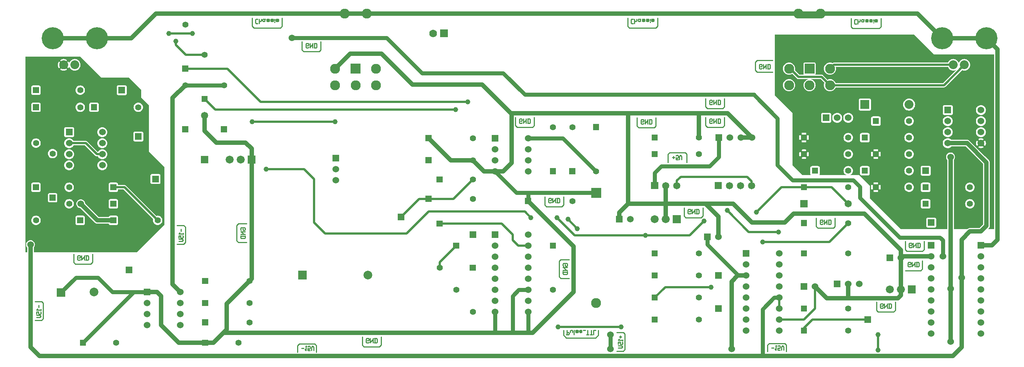
<source format=gbr>
G04 start of page 3 for group 1 idx 1 *
G04 Title: (unknown), solder *
G04 Creator: pcb 20091103 *
G04 CreationDate: Mon Apr 26 17:04:44 2010 UTC *
G04 For: fosse *
G04 Format: Gerber/RS-274X *
G04 PCB-Dimensions: 1200000 1000000 *
G04 PCB-Coordinate-Origin: lower left *
%MOIN*%
%FSLAX25Y25*%
%LNBACK*%
%ADD11C,0.0200*%
%ADD12C,0.0400*%
%ADD13C,0.0350*%
%ADD14C,0.0100*%
%ADD15C,0.0550*%
%ADD16C,0.0600*%
%ADD17C,0.0650*%
%ADD18C,0.0800*%
%ADD19C,0.0787*%
%ADD20C,0.2000*%
%ADD21C,0.0900*%
%ADD22C,0.0720*%
%ADD23C,0.0700*%
%ADD24C,0.0460*%
%ADD26C,0.0300*%
%ADD27C,0.0280*%
%ADD28C,0.0380*%
%ADD29C,0.0320*%
%ADD30C,0.0315*%
%ADD31C,0.0790*%
%ADD32C,0.0510*%
%ADD33C,0.0420*%
%ADD34C,0.0500*%
%ADD35C,0.0472*%
%ADD36C,0.0395*%
G54D11*G36*
X971000Y738000D02*X986162D01*
X986453Y737375D01*
X986978Y736625D01*
X987625Y735978D01*
X988375Y735453D01*
X989204Y735067D01*
X990088Y734830D01*
X991000Y734750D01*
X991912Y734830D01*
X992796Y735067D01*
X993621Y735451D01*
X981670Y723500D01*
X971000D01*
Y738000D01*
G37*
G36*
X1006000Y662257D02*X1018000Y650257D01*
Y595244D01*
X1014756Y592000D01*
X1006000D01*
Y609750D01*
X1006738Y609815D01*
X1007454Y610006D01*
X1008125Y610319D01*
X1008732Y610744D01*
X1009256Y611268D01*
X1009681Y611875D01*
X1009994Y612546D01*
X1010185Y613262D01*
X1010250Y614000D01*
X1010185Y614738D01*
X1009994Y615454D01*
X1009681Y616125D01*
X1009256Y616732D01*
X1008732Y617256D01*
X1008125Y617681D01*
X1007454Y617994D01*
X1006738Y618185D01*
X1006000Y618250D01*
Y624750D01*
X1006738Y624815D01*
X1007454Y625006D01*
X1008125Y625319D01*
X1008732Y625744D01*
X1009256Y626268D01*
X1009681Y626875D01*
X1009994Y627546D01*
X1010185Y628262D01*
X1010250Y629000D01*
X1010185Y629738D01*
X1009994Y630454D01*
X1009681Y631125D01*
X1009256Y631732D01*
X1008732Y632256D01*
X1008125Y632681D01*
X1007454Y632994D01*
X1006738Y633185D01*
X1006000Y633250D01*
Y662257D01*
G37*
G36*
X1028000Y591000D02*X1022242D01*
X1023121Y591879D01*
X1023122Y591878D01*
X1023213Y591987D01*
X1023298Y592072D01*
X1023366Y592170D01*
X1023458Y592279D01*
X1023529Y592402D01*
X1023598Y592500D01*
X1023648Y592607D01*
X1023720Y592732D01*
X1023769Y592868D01*
X1023819Y592974D01*
X1023849Y593086D01*
X1023899Y593223D01*
X1023926Y593373D01*
X1023954Y593479D01*
X1023964Y593589D01*
X1023990Y593738D01*
Y593886D01*
X1024000Y594000D01*
Y651500D01*
X1023989Y651625D01*
Y651762D01*
X1023965Y651898D01*
X1023954Y652021D01*
X1023922Y652140D01*
X1023898Y652277D01*
X1023851Y652405D01*
X1023819Y652526D01*
X1023766Y652639D01*
X1023719Y652769D01*
X1023651Y652885D01*
X1023598Y653000D01*
X1023523Y653106D01*
X1023457Y653221D01*
X1023371Y653324D01*
X1023298Y653428D01*
X1023209Y653517D01*
X1023121Y653622D01*
X1019613Y657130D01*
Y666860D01*
X1019708Y666882D01*
X1019829Y666933D01*
X1019938Y667005D01*
X1020034Y667094D01*
X1020113Y667198D01*
X1020172Y667315D01*
X1020314Y667722D01*
X1020417Y668142D01*
X1020479Y668569D01*
X1020500Y669000D01*
X1020479Y669432D01*
X1020417Y669859D01*
X1020314Y670279D01*
X1020172Y670686D01*
X1020171D01*
X1020112Y670802D01*
X1020033Y670907D01*
X1019937Y670996D01*
X1019828Y671067D01*
X1019707Y671118D01*
X1019613Y671139D01*
Y676344D01*
X1019897Y676750D01*
X1020229Y677461D01*
X1020432Y678219D01*
X1020500Y679000D01*
X1020432Y679781D01*
X1020229Y680539D01*
X1019897Y681250D01*
X1019613Y681656D01*
Y686344D01*
X1019897Y686750D01*
X1020229Y687461D01*
X1020432Y688219D01*
X1020500Y689000D01*
X1020432Y689781D01*
X1020229Y690539D01*
X1019897Y691250D01*
X1019613Y691656D01*
Y696344D01*
X1019897Y696750D01*
X1020229Y697461D01*
X1020432Y698219D01*
X1020500Y699000D01*
X1020432Y699781D01*
X1020229Y700539D01*
X1019897Y701250D01*
X1019613Y701656D01*
Y749500D01*
X1028000D01*
Y591000D01*
G37*
G36*
X1019613Y701656D02*X1019447Y701893D01*
X1018893Y702447D01*
X1018250Y702897D01*
X1017539Y703229D01*
X1016781Y703432D01*
X1016000Y703500D01*
Y749500D01*
X1019613D01*
Y701656D01*
G37*
G36*
Y691656D02*X1019447Y691893D01*
X1018893Y692447D01*
X1018250Y692897D01*
X1017539Y693229D01*
X1016781Y693432D01*
X1016000Y693500D01*
Y694500D01*
X1016781Y694568D01*
X1017539Y694771D01*
X1018250Y695103D01*
X1018893Y695553D01*
X1019447Y696107D01*
X1019613Y696344D01*
Y691656D01*
G37*
G36*
Y681656D02*X1019447Y681893D01*
X1018893Y682447D01*
X1018250Y682897D01*
X1017539Y683229D01*
X1016781Y683432D01*
X1016000Y683500D01*
Y684500D01*
X1016781Y684568D01*
X1017539Y684771D01*
X1018250Y685103D01*
X1018893Y685553D01*
X1019447Y686107D01*
X1019613Y686344D01*
Y681656D01*
G37*
G36*
Y657130D02*X1016000Y660743D01*
Y664500D01*
X1016431Y664521D01*
X1016858Y664583D01*
X1017278Y664686D01*
X1017685Y664828D01*
Y664829D01*
X1017801Y664888D01*
X1017906Y664967D01*
X1017995Y665063D01*
X1018066Y665172D01*
X1018117Y665293D01*
X1018146Y665420D01*
X1018153Y665550D01*
X1018137Y665680D01*
X1018099Y665805D01*
X1018040Y665921D01*
X1017961Y666026D01*
X1017865Y666115D01*
X1017756Y666186D01*
X1017635Y666237D01*
X1017508Y666266D01*
X1017378Y666273D01*
X1017248Y666257D01*
X1017123Y666219D01*
X1016852Y666124D01*
X1016572Y666056D01*
X1016287Y666014D01*
X1016000Y666000D01*
Y672000D01*
X1016287Y671987D01*
X1016572Y671945D01*
X1016852Y671877D01*
X1017123Y671782D01*
Y671781D01*
X1017248Y671743D01*
X1017378Y671727D01*
X1017509Y671734D01*
X1017636Y671763D01*
X1017757Y671814D01*
X1017866Y671886D01*
X1017962Y671975D01*
X1018041Y672079D01*
X1018100Y672196D01*
X1018138Y672321D01*
X1018154Y672451D01*
X1018147Y672582D01*
X1018118Y672709D01*
X1018067Y672830D01*
X1017995Y672939D01*
X1017906Y673035D01*
X1017802Y673114D01*
X1017685Y673173D01*
X1017278Y673315D01*
X1016858Y673418D01*
X1016431Y673480D01*
X1016000Y673500D01*
Y674500D01*
X1016781Y674568D01*
X1017539Y674771D01*
X1018250Y675103D01*
X1018893Y675553D01*
X1019447Y676107D01*
X1019613Y676344D01*
Y671139D01*
X1019580Y671147D01*
X1019450Y671154D01*
X1019320Y671138D01*
X1019195Y671100D01*
X1019079Y671041D01*
X1018974Y670962D01*
X1018885Y670866D01*
X1018814Y670757D01*
X1018763Y670636D01*
X1018734Y670509D01*
X1018727Y670379D01*
X1018743Y670249D01*
X1018781Y670124D01*
X1018876Y669853D01*
X1018944Y669573D01*
X1018986Y669288D01*
X1019000Y669000D01*
X1018986Y668713D01*
X1018944Y668428D01*
X1018876Y668148D01*
X1018781Y667877D01*
X1018780D01*
X1018742Y667752D01*
X1018726Y667622D01*
X1018733Y667491D01*
X1018762Y667364D01*
X1018813Y667243D01*
X1018885Y667134D01*
X1018974Y667038D01*
X1019078Y666959D01*
X1019195Y666900D01*
X1019320Y666862D01*
X1019450Y666846D01*
X1019581Y666853D01*
X1019613Y666860D01*
Y657130D01*
G37*
G36*
X1012387Y686344D02*X1012553Y686107D01*
X1013107Y685553D01*
X1013750Y685103D01*
X1014461Y684771D01*
X1015219Y684568D01*
X1016000Y684500D01*
Y683500D01*
X1015219Y683432D01*
X1014461Y683229D01*
X1013750Y682897D01*
X1013107Y682447D01*
X1012553Y681893D01*
X1012387Y681656D01*
Y686344D01*
G37*
G36*
Y696344D02*X1012553Y696107D01*
X1013107Y695553D01*
X1013750Y695103D01*
X1014461Y694771D01*
X1015219Y694568D01*
X1016000Y694500D01*
Y693500D01*
X1015219Y693432D01*
X1014461Y693229D01*
X1013750Y692897D01*
X1013107Y692447D01*
X1012553Y691893D01*
X1012387Y691656D01*
Y696344D01*
G37*
G36*
Y749500D02*X1016000D01*
Y703500D01*
X1015219Y703432D01*
X1014461Y703229D01*
X1013750Y702897D01*
X1013107Y702447D01*
X1012553Y701893D01*
X1012387Y701656D01*
Y749500D01*
G37*
G36*
X1016000Y660743D02*X1012387Y664356D01*
Y666861D01*
X1012419Y666854D01*
X1012549Y666847D01*
X1012679Y666863D01*
X1012804Y666901D01*
X1012920Y666960D01*
X1013025Y667039D01*
X1013114Y667135D01*
X1013185Y667244D01*
X1013236Y667365D01*
X1013265Y667492D01*
X1013272Y667622D01*
X1013256Y667752D01*
X1013218Y667877D01*
X1013123Y668148D01*
X1013055Y668428D01*
X1013013Y668713D01*
X1013000Y669001D01*
X1013013Y669288D01*
X1013055Y669573D01*
X1013123Y669853D01*
X1013218Y670124D01*
X1013219D01*
X1013257Y670249D01*
X1013273Y670379D01*
X1013266Y670510D01*
X1013237Y670637D01*
X1013186Y670758D01*
X1013114Y670867D01*
X1013025Y670963D01*
X1012921Y671042D01*
X1012804Y671101D01*
X1012679Y671139D01*
X1012549Y671155D01*
X1012418Y671148D01*
X1012387Y671141D01*
Y676344D01*
X1012553Y676107D01*
X1013107Y675553D01*
X1013750Y675103D01*
X1014461Y674771D01*
X1015219Y674568D01*
X1016000Y674500D01*
Y673500D01*
X1015568Y673480D01*
X1015141Y673418D01*
X1014721Y673315D01*
X1014314Y673173D01*
Y673172D01*
X1014198Y673113D01*
X1014093Y673034D01*
X1014004Y672938D01*
X1013933Y672829D01*
X1013882Y672708D01*
X1013853Y672581D01*
X1013846Y672451D01*
X1013862Y672321D01*
X1013900Y672196D01*
X1013959Y672080D01*
X1014038Y671975D01*
X1014134Y671886D01*
X1014243Y671815D01*
X1014364Y671764D01*
X1014491Y671735D01*
X1014621Y671728D01*
X1014751Y671744D01*
X1014876Y671782D01*
X1015147Y671877D01*
X1015427Y671945D01*
X1015712Y671987D01*
X1016000Y672000D01*
Y666000D01*
X1015999D01*
X1015712Y666014D01*
X1015427Y666056D01*
X1015147Y666124D01*
X1014876Y666219D01*
Y666220D01*
X1014751Y666258D01*
X1014621Y666274D01*
X1014490Y666267D01*
X1014363Y666238D01*
X1014242Y666187D01*
X1014133Y666115D01*
X1014037Y666026D01*
X1013958Y665922D01*
X1013899Y665805D01*
X1013861Y665680D01*
X1013845Y665550D01*
X1013852Y665419D01*
X1013881Y665292D01*
X1013932Y665171D01*
X1014004Y665062D01*
X1014093Y664966D01*
X1014197Y664887D01*
X1014314Y664828D01*
X1014721Y664686D01*
X1015141Y664583D01*
X1015568Y664521D01*
X1015999Y664500D01*
X1016000D01*
Y660743D01*
G37*
G36*
X1012387Y664356D02*X1006000Y670743D01*
Y738454D01*
X1006170Y739088D01*
X1006250Y740000D01*
X1006170Y740912D01*
X1006000Y741546D01*
Y749500D01*
X1012387D01*
Y701656D01*
X1012103Y701250D01*
X1011771Y700539D01*
X1011568Y699781D01*
X1011500Y699000D01*
X1011568Y698219D01*
X1011771Y697461D01*
X1012103Y696750D01*
X1012387Y696344D01*
Y691656D01*
X1012103Y691250D01*
X1011771Y690539D01*
X1011568Y689781D01*
X1011500Y689000D01*
X1011568Y688219D01*
X1011771Y687461D01*
X1012103Y686750D01*
X1012387Y686344D01*
Y681656D01*
X1012103Y681250D01*
X1011771Y680539D01*
X1011568Y679781D01*
X1011500Y679000D01*
X1011568Y678219D01*
X1011771Y677461D01*
X1012103Y676750D01*
X1012387Y676344D01*
Y671141D01*
X1012291Y671119D01*
X1012170Y671068D01*
X1012061Y670996D01*
X1011965Y670907D01*
X1011886Y670803D01*
X1011827Y670686D01*
X1011685Y670279D01*
X1011582Y669859D01*
X1011520Y669432D01*
X1011500Y669001D01*
X1011520Y668569D01*
X1011582Y668142D01*
X1011685Y667722D01*
X1011827Y667315D01*
X1011828D01*
X1011887Y667199D01*
X1011966Y667094D01*
X1012062Y667005D01*
X1012171Y666934D01*
X1012292Y666883D01*
X1012387Y666861D01*
Y664356D01*
G37*
G36*
X1006000Y741546D02*X1005933Y741796D01*
X1005547Y742625D01*
X1005022Y743375D01*
X1004375Y744022D01*
X1003625Y744547D01*
X1002796Y744933D01*
X1001912Y745170D01*
X1001000Y745250D01*
X1000088Y745170D01*
X999204Y744933D01*
X998375Y744547D01*
X997625Y744022D01*
X996978Y743375D01*
X996453Y742625D01*
X996067Y741796D01*
X996000Y741546D01*
X995933Y741796D01*
X995547Y742625D01*
X995022Y743375D01*
X994375Y744022D01*
X993625Y744547D01*
X992796Y744933D01*
X991912Y745170D01*
X991000Y745250D01*
X990088Y745170D01*
X989204Y744933D01*
X988375Y744547D01*
X987625Y744022D01*
X986978Y743375D01*
X986453Y742625D01*
X986162Y742000D01*
X971000D01*
Y752000D01*
X973500Y749500D01*
X1006000D01*
Y741546D01*
G37*
G36*
X986000Y664500D02*X986781Y664568D01*
X987539Y664771D01*
X988250Y665103D01*
X988893Y665553D01*
X989340Y666000D01*
X1002257D01*
X1006000Y662257D01*
Y633250D01*
X1005262Y633185D01*
X1004546Y632994D01*
X1003875Y632681D01*
X1003268Y632256D01*
X1002744Y631732D01*
X1002319Y631125D01*
X1002006Y630454D01*
X1001815Y629738D01*
X1001750Y629000D01*
X1001815Y628262D01*
X1002006Y627546D01*
X1002319Y626875D01*
X1002744Y626268D01*
X1003268Y625744D01*
X1003875Y625319D01*
X1004546Y625006D01*
X1005262Y624815D01*
X1006000Y624750D01*
Y618250D01*
X1005262Y618185D01*
X1004546Y617994D01*
X1003875Y617681D01*
X1003268Y617256D01*
X1002744Y616732D01*
X1002319Y616125D01*
X1002006Y615454D01*
X1001815Y614738D01*
X1001750Y614000D01*
X1001815Y613262D01*
X1002006Y612546D01*
X1002319Y611875D01*
X1002744Y611268D01*
X1003268Y610744D01*
X1003875Y610319D01*
X1004546Y610006D01*
X1005262Y609815D01*
X1006000Y609750D01*
Y592000D01*
X1005886Y591990D01*
X1005738D01*
X1005589Y591964D01*
X1005479Y591954D01*
X1005372Y591925D01*
X1005223Y591899D01*
X1005085Y591849D01*
X1004974Y591819D01*
X1004869Y591770D01*
X1004732Y591720D01*
X1004609Y591649D01*
X1004500Y591598D01*
X1004400Y591528D01*
X1004279Y591458D01*
X1004170Y591367D01*
X1004072Y591298D01*
X1003990Y591216D01*
X1003878Y591122D01*
X1003756Y591000D01*
X991500D01*
Y653865D01*
X991564Y653929D01*
X991964Y654500D01*
X992259Y655132D01*
X992439Y655805D01*
X992500Y656500D01*
X992439Y657195D01*
X992259Y657868D01*
X991964Y658500D01*
X991564Y659071D01*
X991071Y659564D01*
X990500Y659964D01*
X989868Y660259D01*
X989195Y660439D01*
X988500Y660500D01*
X987805Y660439D01*
X987132Y660259D01*
X986500Y659964D01*
X986000Y659614D01*
Y664500D01*
G37*
G36*
X1006000Y670743D02*X1005622Y671121D01*
X1005516Y671210D01*
X1005428Y671298D01*
X1005323Y671372D01*
X1005221Y671457D01*
X1005106Y671524D01*
X1005000Y671598D01*
X1004887Y671651D01*
X1004769Y671719D01*
X1004639Y671766D01*
X1004526Y671819D01*
X1004406Y671851D01*
X1004277Y671898D01*
X1004139Y671923D01*
X1004021Y671954D01*
X1003899Y671965D01*
X1003762Y671989D01*
X1003625D01*
X1003500Y672000D01*
X989340D01*
X988893Y672447D01*
X988250Y672897D01*
X987539Y673229D01*
X986781Y673432D01*
X986000Y673500D01*
Y674500D01*
X986781Y674568D01*
X987539Y674771D01*
X988250Y675103D01*
X988893Y675553D01*
X989447Y676107D01*
X989897Y676750D01*
X990229Y677461D01*
X990432Y678219D01*
X990500Y679000D01*
X990432Y679781D01*
X990229Y680539D01*
X989897Y681250D01*
X989447Y681893D01*
X988893Y682447D01*
X988250Y682897D01*
X987539Y683229D01*
X986781Y683432D01*
X986000Y683500D01*
Y684500D01*
X986781Y684568D01*
X987539Y684771D01*
X988250Y685103D01*
X988893Y685553D01*
X989447Y686107D01*
X989897Y686750D01*
X990229Y687461D01*
X990432Y688219D01*
X990500Y689000D01*
X990432Y689781D01*
X990229Y690539D01*
X989897Y691250D01*
X989447Y691893D01*
X988893Y692447D01*
X988250Y692897D01*
X987539Y693229D01*
X986781Y693432D01*
X986000Y693500D01*
Y694500D01*
X989000D01*
X989260Y694523D01*
X989513Y694590D01*
X989750Y694701D01*
X989964Y694851D01*
X990149Y695036D01*
X990299Y695250D01*
X990410Y695487D01*
X990477Y695740D01*
X990500Y696000D01*
Y702000D01*
X990477Y702260D01*
X990410Y702513D01*
X990299Y702750D01*
X990149Y702964D01*
X989964Y703149D01*
X989750Y703299D01*
X989513Y703410D01*
X989260Y703477D01*
X989000Y703500D01*
X986000D01*
Y722172D01*
X998993Y735165D01*
X999204Y735067D01*
X1000088Y734830D01*
X1001000Y734750D01*
X1001912Y734830D01*
X1002796Y735067D01*
X1003625Y735453D01*
X1004375Y735978D01*
X1005022Y736625D01*
X1005547Y737375D01*
X1005933Y738204D01*
X1006000Y738454D01*
Y670743D01*
G37*
G36*
X986000Y673500D02*X985219Y673432D01*
X984461Y673229D01*
X983750Y672897D01*
X983107Y672447D01*
X982553Y671893D01*
X982103Y671250D01*
X981771Y670539D01*
X981568Y669781D01*
X981500Y669000D01*
X981568Y668219D01*
X981771Y667461D01*
X982103Y666750D01*
X982553Y666107D01*
X983107Y665553D01*
X983750Y665103D01*
X984461Y664771D01*
X985219Y664568D01*
X986000Y664500D01*
Y659614D01*
X985929Y659564D01*
X985436Y659071D01*
X985036Y658500D01*
X984741Y657868D01*
X984561Y657195D01*
X984500Y656500D01*
X984561Y655805D01*
X984741Y655132D01*
X985036Y654500D01*
X985436Y653929D01*
X985500Y653865D01*
Y591000D01*
X971000D01*
Y592500D01*
X974000D01*
X974260Y592523D01*
X974513Y592590D01*
X974750Y592701D01*
X974964Y592851D01*
X975149Y593036D01*
X975299Y593250D01*
X975410Y593487D01*
X975477Y593740D01*
X975500Y594000D01*
Y600000D01*
X975477Y600260D01*
X975410Y600513D01*
X975299Y600750D01*
X975149Y600964D01*
X974964Y601149D01*
X974750Y601299D01*
X974513Y601410D01*
X974260Y601477D01*
X974000Y601500D01*
X971000D01*
Y719500D01*
X982500D01*
X982592Y719508D01*
X982674D01*
X982754Y719522D01*
X982847Y719530D01*
X982932Y719553D01*
X983018Y719568D01*
X983102Y719599D01*
X983184Y719621D01*
X983265Y719659D01*
X983345Y719688D01*
X983416Y719729D01*
X983500Y719768D01*
X983575Y719821D01*
X983647Y719862D01*
X983710Y719915D01*
X983786Y719968D01*
X983852Y720034D01*
X983914Y720086D01*
X986000Y722172D01*
Y703500D01*
X983000D01*
X982740Y703477D01*
X982487Y703410D01*
X982250Y703299D01*
X982036Y703149D01*
X981851Y702964D01*
X981701Y702750D01*
X981590Y702513D01*
X981523Y702260D01*
X981500Y702000D01*
Y696000D01*
X981523Y695740D01*
X981590Y695487D01*
X981701Y695250D01*
X981851Y695036D01*
X982036Y694851D01*
X982250Y694701D01*
X982487Y694590D01*
X982740Y694523D01*
X983000Y694500D01*
X986000D01*
Y693500D01*
X985219Y693432D01*
X984461Y693229D01*
X983750Y692897D01*
X983107Y692447D01*
X982553Y691893D01*
X982103Y691250D01*
X981771Y690539D01*
X981568Y689781D01*
X981500Y689000D01*
X981568Y688219D01*
X981771Y687461D01*
X982103Y686750D01*
X982553Y686107D01*
X983107Y685553D01*
X983750Y685103D01*
X984461Y684771D01*
X985219Y684568D01*
X986000Y684500D01*
Y683500D01*
X985219Y683432D01*
X984461Y683229D01*
X983750Y682897D01*
X983107Y682447D01*
X982553Y681893D01*
X982103Y681250D01*
X981771Y680539D01*
X981568Y679781D01*
X981500Y679000D01*
X981568Y678219D01*
X981771Y677461D01*
X982103Y676750D01*
X982553Y676107D01*
X983107Y675553D01*
X983750Y675103D01*
X984461Y674771D01*
X985219Y674568D01*
X986000Y674500D01*
Y673500D01*
G37*
G36*
X951000Y738000D02*X971000D01*
Y723500D01*
X951000D01*
Y738000D01*
G37*
G36*
Y767500D02*X955500D01*
X971000Y752000D01*
Y742000D01*
X951000D01*
Y767500D01*
G37*
G36*
X971000Y591000D02*X966000D01*
Y609750D01*
X968750D01*
X969010Y609773D01*
X969263Y609840D01*
X969500Y609951D01*
X969714Y610101D01*
X969899Y610286D01*
X970049Y610500D01*
X970160Y610737D01*
X970227Y610990D01*
X970250Y611250D01*
Y616750D01*
X970227Y617010D01*
X970160Y617263D01*
X970049Y617500D01*
X969899Y617714D01*
X969714Y617899D01*
X969500Y618049D01*
X969263Y618160D01*
X969010Y618227D01*
X968750Y618250D01*
X966000D01*
Y624750D01*
X968750D01*
X969010Y624773D01*
X969263Y624840D01*
X969500Y624951D01*
X969714Y625101D01*
X969899Y625286D01*
X970049Y625500D01*
X970160Y625737D01*
X970227Y625990D01*
X970250Y626250D01*
Y631750D01*
X970227Y632010D01*
X970160Y632263D01*
X970049Y632500D01*
X969899Y632714D01*
X969714Y632899D01*
X969500Y633049D01*
X969263Y633160D01*
X969010Y633227D01*
X968750Y633250D01*
X966000D01*
Y639500D01*
X969000D01*
X969260Y639523D01*
X969513Y639590D01*
X969750Y639701D01*
X969964Y639851D01*
X970149Y640036D01*
X970299Y640250D01*
X970410Y640487D01*
X970477Y640740D01*
X970500Y641000D01*
Y647000D01*
X970477Y647260D01*
X970410Y647513D01*
X970299Y647750D01*
X970149Y647964D01*
X969964Y648149D01*
X969750Y648299D01*
X969513Y648410D01*
X969260Y648477D01*
X969000Y648500D01*
X966000D01*
Y719500D01*
X971000D01*
Y601500D01*
X968000D01*
X967740Y601477D01*
X967487Y601410D01*
X967250Y601299D01*
X967036Y601149D01*
X966851Y600964D01*
X966701Y600750D01*
X966590Y600513D01*
X966523Y600260D01*
X966500Y600000D01*
Y594000D01*
X966523Y593740D01*
X966590Y593487D01*
X966701Y593250D01*
X966851Y593036D01*
X967036Y592851D01*
X967250Y592701D01*
X967487Y592590D01*
X967740Y592523D01*
X968000Y592500D01*
X971000D01*
Y591000D01*
G37*
G36*
X966000D02*X951000D01*
Y624750D01*
X951738Y624815D01*
X952454Y625006D01*
X953125Y625319D01*
X953732Y625744D01*
X954256Y626268D01*
X954681Y626875D01*
X954994Y627546D01*
X955185Y628262D01*
X955250Y629000D01*
X955185Y629738D01*
X954994Y630454D01*
X954681Y631125D01*
X954256Y631732D01*
X953732Y632256D01*
X953125Y632681D01*
X952454Y632994D01*
X951738Y633185D01*
X951000Y633250D01*
Y639750D01*
X951738Y639815D01*
X952454Y640006D01*
X953125Y640319D01*
X953732Y640744D01*
X954256Y641268D01*
X954681Y641875D01*
X954994Y642546D01*
X955185Y643262D01*
X955250Y644000D01*
X955185Y644738D01*
X954994Y645454D01*
X954681Y646125D01*
X954256Y646732D01*
X953732Y647256D01*
X953125Y647681D01*
X952454Y647994D01*
X951738Y648185D01*
X951000Y648250D01*
Y654750D01*
X951738Y654815D01*
X952454Y655006D01*
X953125Y655319D01*
X953732Y655744D01*
X954256Y656268D01*
X954681Y656875D01*
X954994Y657546D01*
X955185Y658262D01*
X955250Y659000D01*
X955185Y659738D01*
X954994Y660454D01*
X954681Y661125D01*
X954256Y661732D01*
X953732Y662256D01*
X953125Y662681D01*
X952454Y662994D01*
X951738Y663185D01*
X951000Y663250D01*
Y669750D01*
X951738Y669815D01*
X952454Y670006D01*
X953125Y670319D01*
X953732Y670744D01*
X954256Y671268D01*
X954681Y671875D01*
X954994Y672546D01*
X955185Y673262D01*
X955250Y674000D01*
X955185Y674738D01*
X954994Y675454D01*
X954681Y676125D01*
X954256Y676732D01*
X953732Y677256D01*
X953125Y677681D01*
X952454Y677994D01*
X951738Y678185D01*
X951000Y678250D01*
Y684750D01*
X951738Y684815D01*
X952454Y685006D01*
X953125Y685319D01*
X953732Y685744D01*
X954256Y686268D01*
X954681Y686875D01*
X954994Y687546D01*
X955185Y688262D01*
X955250Y689000D01*
X955185Y689738D01*
X954994Y690454D01*
X954681Y691125D01*
X954256Y691732D01*
X953732Y692256D01*
X953125Y692681D01*
X952454Y692994D01*
X951738Y693185D01*
X951000Y693250D01*
Y698500D01*
X951955Y698584D01*
X952881Y698832D01*
X953750Y699237D01*
X954535Y699787D01*
X955213Y700465D01*
X955763Y701250D01*
X956168Y702119D01*
X956416Y703045D01*
X956500Y704000D01*
X956416Y704955D01*
X956168Y705881D01*
X955763Y706750D01*
X955213Y707535D01*
X954535Y708213D01*
X953750Y708763D01*
X952881Y709168D01*
X951955Y709416D01*
X951000Y709500D01*
Y719500D01*
X966000D01*
Y648500D01*
X963000D01*
X962740Y648477D01*
X962487Y648410D01*
X962250Y648299D01*
X962036Y648149D01*
X961851Y647964D01*
X961701Y647750D01*
X961590Y647513D01*
X961523Y647260D01*
X961500Y647000D01*
Y641000D01*
X961523Y640740D01*
X961590Y640487D01*
X961701Y640250D01*
X961851Y640036D01*
X962036Y639851D01*
X962250Y639701D01*
X962487Y639590D01*
X962740Y639523D01*
X963000Y639500D01*
X966000D01*
Y633250D01*
X963250D01*
X962990Y633227D01*
X962737Y633160D01*
X962500Y633049D01*
X962286Y632899D01*
X962101Y632714D01*
X961951Y632500D01*
X961840Y632263D01*
X961773Y632010D01*
X961750Y631750D01*
Y626250D01*
X961773Y625990D01*
X961840Y625737D01*
X961951Y625500D01*
X962101Y625286D01*
X962286Y625101D01*
X962500Y624951D01*
X962737Y624840D01*
X962990Y624773D01*
X963250Y624750D01*
X966000D01*
Y618250D01*
X963250D01*
X962990Y618227D01*
X962737Y618160D01*
X962500Y618049D01*
X962286Y617899D01*
X962101Y617714D01*
X961951Y617500D01*
X961840Y617263D01*
X961773Y617010D01*
X961750Y616750D01*
Y611250D01*
X961773Y610990D01*
X961840Y610737D01*
X961951Y610500D01*
X962101Y610286D01*
X962286Y610101D01*
X962500Y609951D01*
X962737Y609840D01*
X962990Y609773D01*
X963250Y609750D01*
X966000D01*
Y591000D01*
G37*
G36*
X842500Y767500D02*X951000D01*
Y742000D01*
X883000D01*
X882919Y741993D01*
X882826D01*
X882735Y741977D01*
X882653Y741970D01*
X882578Y741950D01*
X882482Y741933D01*
X882383Y741897D01*
X882316Y741879D01*
X882256Y741851D01*
X882154Y741814D01*
X882063Y741761D01*
X882000Y741732D01*
X881939Y741689D01*
X881852Y741639D01*
X881777Y741576D01*
X881714Y741532D01*
X881701Y741519D01*
X881381Y741668D01*
X880455Y741916D01*
X879500Y742000D01*
X878545Y741916D01*
X877619Y741668D01*
X876750Y741263D01*
X875965Y740713D01*
X875287Y740035D01*
X874737Y739250D01*
X874332Y738381D01*
X874084Y737455D01*
X874000Y736500D01*
X874084Y735545D01*
X874332Y734619D01*
X874737Y733750D01*
X875287Y732965D01*
X875965Y732287D01*
X876750Y731737D01*
X877619Y731332D01*
X878545Y731084D01*
X879500Y731000D01*
X880455Y731084D01*
X881381Y731332D01*
X882250Y731737D01*
X883035Y732287D01*
X883713Y732965D01*
X884263Y733750D01*
X884668Y734619D01*
X884916Y735545D01*
X885000Y736500D01*
X884916Y737455D01*
X884770Y738000D01*
X951000D01*
Y723500D01*
X884613D01*
X884263Y724250D01*
X883713Y725035D01*
X883035Y725713D01*
X882250Y726263D01*
X881381Y726668D01*
X880455Y726916D01*
X879500Y727000D01*
X878545Y726916D01*
X877619Y726668D01*
X877307Y726522D01*
X873415Y730414D01*
X873347Y730471D01*
X873286Y730532D01*
X873215Y730582D01*
X873148Y730638D01*
X873069Y730684D01*
X873000Y730732D01*
X872929Y730765D01*
X872846Y730813D01*
X872755Y730846D01*
X872684Y730879D01*
X872606Y730900D01*
X872518Y730932D01*
X872429Y730948D01*
X872347Y730970D01*
X872265Y730977D01*
X872175Y730993D01*
X872081D01*
X872000Y731000D01*
X865500D01*
X865674Y731015D01*
X865842Y731060D01*
X866000Y731134D01*
X866143Y731234D01*
X866266Y731357D01*
X866366Y731500D01*
X866440Y731658D01*
X866485Y731826D01*
X866500Y732000D01*
Y741000D01*
X866485Y741174D01*
X866440Y741342D01*
X866366Y741500D01*
X866266Y741643D01*
X866143Y741766D01*
X866000Y741866D01*
X865842Y741940D01*
X865674Y741985D01*
X865500Y742000D01*
X856500D01*
X856326Y741985D01*
X856158Y741940D01*
X856000Y741866D01*
X855857Y741766D01*
X855734Y741643D01*
X855634Y741500D01*
X855560Y741342D01*
X855515Y741174D01*
X855500Y741000D01*
Y732000D01*
X855515Y731826D01*
X855560Y731658D01*
X855634Y731500D01*
X855734Y731357D01*
X855857Y731234D01*
X856000Y731134D01*
X856158Y731060D01*
X856326Y731015D01*
X856500Y731000D01*
X851829D01*
X847782Y735047D01*
X847916Y735545D01*
X848000Y736500D01*
X847916Y737455D01*
X847668Y738381D01*
X847263Y739250D01*
X846713Y740035D01*
X846035Y740713D01*
X845250Y741263D01*
X844381Y741668D01*
X843455Y741916D01*
X842500Y742000D01*
Y767500D01*
G37*
G36*
X951000Y591000D02*X943500D01*
X924500Y610000D01*
Y627000D01*
X925250D01*
Y631000D01*
X924500D01*
Y657000D01*
X925250D01*
Y661000D01*
X924500D01*
Y684951D01*
X924714Y685101D01*
X924899Y685286D01*
X925049Y685500D01*
X925160Y685737D01*
X925227Y685990D01*
X925250Y686250D01*
Y691750D01*
X925227Y692010D01*
X925160Y692263D01*
X925049Y692500D01*
X924899Y692714D01*
X924714Y692899D01*
X924500Y693049D01*
Y719500D01*
X951000D01*
Y709500D01*
X950045Y709416D01*
X949119Y709168D01*
X948250Y708763D01*
X947465Y708213D01*
X946787Y707535D01*
X946237Y706750D01*
X945832Y705881D01*
X945584Y704955D01*
X945500Y704000D01*
X945584Y703045D01*
X945832Y702119D01*
X946237Y701250D01*
X946787Y700465D01*
X947465Y699787D01*
X948250Y699237D01*
X949119Y698832D01*
X950045Y698584D01*
X951000Y698500D01*
Y693250D01*
X950262Y693185D01*
X949546Y692994D01*
X948875Y692681D01*
X948268Y692256D01*
X947744Y691732D01*
X947319Y691125D01*
X947006Y690454D01*
X946815Y689738D01*
X946750Y689000D01*
X946815Y688262D01*
X947006Y687546D01*
X947319Y686875D01*
X947744Y686268D01*
X948268Y685744D01*
X948875Y685319D01*
X949546Y685006D01*
X950262Y684815D01*
X951000Y684750D01*
Y678250D01*
X950262Y678185D01*
X949546Y677994D01*
X948875Y677681D01*
X948268Y677256D01*
X947744Y676732D01*
X947319Y676125D01*
X947006Y675454D01*
X946815Y674738D01*
X946750Y674000D01*
X946815Y673262D01*
X947006Y672546D01*
X947319Y671875D01*
X947744Y671268D01*
X948268Y670744D01*
X948875Y670319D01*
X949546Y670006D01*
X950262Y669815D01*
X951000Y669750D01*
Y663250D01*
X950262Y663185D01*
X949546Y662994D01*
X948875Y662681D01*
X948268Y662256D01*
X947744Y661732D01*
X947319Y661125D01*
X947006Y660454D01*
X946815Y659738D01*
X946750Y659000D01*
X946815Y658262D01*
X947006Y657546D01*
X947319Y656875D01*
X947744Y656268D01*
X948268Y655744D01*
X948875Y655319D01*
X949546Y655006D01*
X950262Y654815D01*
X951000Y654750D01*
Y648250D01*
X950262Y648185D01*
X949546Y647994D01*
X948875Y647681D01*
X948268Y647256D01*
X947744Y646732D01*
X947319Y646125D01*
X947006Y645454D01*
X946815Y644738D01*
X946750Y644000D01*
X946815Y643262D01*
X947006Y642546D01*
X947319Y641875D01*
X947744Y641268D01*
X948268Y640744D01*
X948875Y640319D01*
X949546Y640006D01*
X950262Y639815D01*
X951000Y639750D01*
Y633250D01*
X950262Y633185D01*
X949546Y632994D01*
X948875Y632681D01*
X948268Y632256D01*
X947744Y631732D01*
X947319Y631125D01*
X947006Y630454D01*
X946815Y629738D01*
X946750Y629000D01*
X946815Y628262D01*
X947006Y627546D01*
X947319Y626875D01*
X947744Y626268D01*
X948268Y625744D01*
X948875Y625319D01*
X949546Y625006D01*
X950262Y624815D01*
X951000Y624750D01*
Y591000D01*
G37*
G36*
X924500Y693049D02*X924263Y693160D01*
X924010Y693227D01*
X923750Y693250D01*
X921000D01*
Y719500D01*
X924500D01*
Y693049D01*
G37*
G36*
Y610000D02*X921000Y613500D01*
Y624750D01*
X923000D01*
Y626250D01*
X921000D01*
Y631750D01*
X923000D01*
Y633250D01*
X921000D01*
Y654750D01*
X923000D01*
Y656250D01*
X921000D01*
Y661750D01*
X923000D01*
Y663250D01*
X921000D01*
Y684750D01*
X923750D01*
X924010Y684773D01*
X924263Y684840D01*
X924500Y684951D01*
Y661000D01*
X923750D01*
Y657000D01*
X924500D01*
Y631000D01*
X923750D01*
Y627000D01*
X924500D01*
Y610000D01*
G37*
G36*
X921000Y693250D02*X918250D01*
X917990Y693227D01*
X917737Y693160D01*
X917500Y693049D01*
Y719500D01*
X921000D01*
Y693250D01*
G37*
G36*
Y613500D02*X917500Y617000D01*
Y627000D01*
X918250D01*
Y631000D01*
X917500D01*
Y657000D01*
X918250D01*
Y661000D01*
X917500D01*
Y684951D01*
X917737Y684840D01*
X917990Y684773D01*
X918250Y684750D01*
X921000D01*
Y663250D01*
X919000D01*
Y661750D01*
X921000D01*
Y656250D01*
X919000D01*
Y654750D01*
X921000D01*
Y633250D01*
X919000D01*
Y631750D01*
X921000D01*
Y626250D01*
X919000D01*
Y624750D01*
X921000D01*
Y613500D01*
G37*
G36*
X917500Y617000D02*X915500Y619000D01*
Y630500D01*
X911000Y635000D01*
Y639750D01*
X913750D01*
X914010Y639773D01*
X914263Y639840D01*
X914500Y639951D01*
X914714Y640101D01*
X914899Y640286D01*
X915049Y640500D01*
X915160Y640737D01*
X915227Y640990D01*
X915250Y641250D01*
Y646750D01*
X915227Y647010D01*
X915160Y647263D01*
X915049Y647500D01*
X914899Y647714D01*
X914714Y647899D01*
X914500Y648049D01*
X914263Y648160D01*
X914010Y648227D01*
X913750Y648250D01*
X911000D01*
Y669750D01*
X913750D01*
X914010Y669773D01*
X914263Y669840D01*
X914500Y669951D01*
X914714Y670101D01*
X914899Y670286D01*
X915049Y670500D01*
X915160Y670737D01*
X915227Y670990D01*
X915250Y671250D01*
Y676750D01*
X915227Y677010D01*
X915160Y677263D01*
X915049Y677500D01*
X914899Y677714D01*
X914714Y677899D01*
X914500Y678049D01*
X914263Y678160D01*
X914010Y678227D01*
X913750Y678250D01*
X911000D01*
Y698500D01*
X915000D01*
X915260Y698523D01*
X915513Y698590D01*
X915750Y698701D01*
X915964Y698851D01*
X916149Y699036D01*
X916299Y699250D01*
X916410Y699487D01*
X916477Y699740D01*
X916500Y700000D01*
Y708000D01*
X916477Y708260D01*
X916410Y708513D01*
X916299Y708750D01*
X916149Y708964D01*
X915964Y709149D01*
X915750Y709299D01*
X915513Y709410D01*
X915260Y709477D01*
X915000Y709500D01*
X911000D01*
Y719500D01*
X917500D01*
Y693049D01*
X917286Y692899D01*
X917101Y692714D01*
X916951Y692500D01*
X916840Y692263D01*
X916773Y692010D01*
X916750Y691750D01*
Y686250D01*
X916773Y685990D01*
X916840Y685737D01*
X916951Y685500D01*
X917101Y685286D01*
X917286Y685101D01*
X917500Y684951D01*
Y661000D01*
X916750D01*
Y657000D01*
X917500D01*
Y631000D01*
X916750D01*
Y627000D01*
X917500D01*
Y617000D01*
G37*
G36*
X911000Y635000D02*X906000Y640000D01*
X897432D01*
X897454Y640006D01*
X898125Y640319D01*
X898732Y640744D01*
X899256Y641268D01*
X899681Y641875D01*
X899994Y642546D01*
X900185Y643262D01*
X900250Y644000D01*
X900185Y644738D01*
X899994Y645454D01*
X899681Y646125D01*
X899256Y646732D01*
X898732Y647256D01*
X898125Y647681D01*
X897454Y647994D01*
X896738Y648185D01*
X896000Y648250D01*
Y654750D01*
X896738Y654815D01*
X897454Y655006D01*
X898125Y655319D01*
X898732Y655744D01*
X899256Y656268D01*
X899681Y656875D01*
X899994Y657546D01*
X900185Y658262D01*
X900250Y659000D01*
X900185Y659738D01*
X899994Y660454D01*
X899681Y661125D01*
X899256Y661732D01*
X898732Y662256D01*
X898125Y662681D01*
X897454Y662994D01*
X896738Y663185D01*
X896000Y663250D01*
Y669750D01*
X896738Y669815D01*
X897454Y670006D01*
X898125Y670319D01*
X898732Y670744D01*
X899256Y671268D01*
X899681Y671875D01*
X899994Y672546D01*
X900185Y673262D01*
X900250Y674000D01*
X900185Y674738D01*
X899994Y675454D01*
X899681Y676125D01*
X899256Y676732D01*
X898732Y677256D01*
X898125Y677681D01*
X897454Y677994D01*
X896738Y678185D01*
X896000Y678250D01*
Y687500D01*
X896781Y687568D01*
X897539Y687771D01*
X898250Y688103D01*
X898893Y688553D01*
X899447Y689107D01*
X899897Y689750D01*
X900229Y690461D01*
X900432Y691219D01*
X900500Y692000D01*
X900432Y692781D01*
X900229Y693539D01*
X899897Y694250D01*
X899447Y694893D01*
X898893Y695447D01*
X898250Y695897D01*
X897539Y696229D01*
X896781Y696432D01*
X896000Y696500D01*
Y719500D01*
X911000D01*
Y709500D01*
X907000D01*
X906740Y709477D01*
X906487Y709410D01*
X906250Y709299D01*
X906036Y709149D01*
X905851Y708964D01*
X905701Y708750D01*
X905590Y708513D01*
X905523Y708260D01*
X905500Y708000D01*
Y700000D01*
X905523Y699740D01*
X905590Y699487D01*
X905701Y699250D01*
X905851Y699036D01*
X906036Y698851D01*
X906250Y698701D01*
X906487Y698590D01*
X906740Y698523D01*
X907000Y698500D01*
X911000D01*
Y678250D01*
X908250D01*
X907990Y678227D01*
X907737Y678160D01*
X907500Y678049D01*
X907286Y677899D01*
X907101Y677714D01*
X906951Y677500D01*
X906840Y677263D01*
X906773Y677010D01*
X906750Y676750D01*
Y671250D01*
X906773Y670990D01*
X906840Y670737D01*
X906951Y670500D01*
X907101Y670286D01*
X907286Y670101D01*
X907500Y669951D01*
X907737Y669840D01*
X907990Y669773D01*
X908250Y669750D01*
X911000D01*
Y648250D01*
X908250D01*
X907990Y648227D01*
X907737Y648160D01*
X907500Y648049D01*
X907286Y647899D01*
X907101Y647714D01*
X906951Y647500D01*
X906840Y647263D01*
X906773Y647010D01*
X906750Y646750D01*
Y641250D01*
X906773Y640990D01*
X906840Y640737D01*
X906951Y640500D01*
X907101Y640286D01*
X907286Y640101D01*
X907500Y639951D01*
X907737Y639840D01*
X907990Y639773D01*
X908250Y639750D01*
X911000D01*
Y635000D01*
G37*
G36*
X856000Y727000D02*X861000D01*
X860045Y726916D01*
X859119Y726668D01*
X858250Y726263D01*
X857465Y725713D01*
X856787Y725035D01*
X856237Y724250D01*
X856000Y723741D01*
Y727000D01*
G37*
G36*
X896000Y648250D02*X895262Y648185D01*
X894546Y647994D01*
X893875Y647681D01*
X893268Y647256D01*
X892744Y646732D01*
X892319Y646125D01*
X892006Y645454D01*
X891815Y644738D01*
X891750Y644000D01*
X891815Y643262D01*
X892006Y642546D01*
X892319Y641875D01*
X892744Y641268D01*
X893268Y640744D01*
X893875Y640319D01*
X894546Y640006D01*
X894568Y640000D01*
X886000D01*
Y687500D01*
X886781Y687568D01*
X887539Y687771D01*
X888250Y688103D01*
X888893Y688553D01*
X889447Y689107D01*
X889897Y689750D01*
X890229Y690461D01*
X890432Y691219D01*
X890500Y692000D01*
X890432Y692781D01*
X890229Y693539D01*
X889897Y694250D01*
X889447Y694893D01*
X888893Y695447D01*
X888250Y695897D01*
X887539Y696229D01*
X886781Y696432D01*
X886000Y696500D01*
Y719500D01*
X896000D01*
Y696500D01*
X895219Y696432D01*
X894461Y696229D01*
X893750Y695897D01*
X893107Y695447D01*
X892553Y694893D01*
X892103Y694250D01*
X891771Y693539D01*
X891568Y692781D01*
X891500Y692000D01*
X891568Y691219D01*
X891771Y690461D01*
X892103Y689750D01*
X892553Y689107D01*
X893107Y688553D01*
X893750Y688103D01*
X894461Y687771D01*
X895219Y687568D01*
X896000Y687500D01*
Y678250D01*
X895262Y678185D01*
X894546Y677994D01*
X893875Y677681D01*
X893268Y677256D01*
X892744Y676732D01*
X892319Y676125D01*
X892006Y675454D01*
X891815Y674738D01*
X891750Y674000D01*
X891815Y673262D01*
X892006Y672546D01*
X892319Y671875D01*
X892744Y671268D01*
X893268Y670744D01*
X893875Y670319D01*
X894546Y670006D01*
X895262Y669815D01*
X896000Y669750D01*
Y663250D01*
X895262Y663185D01*
X894546Y662994D01*
X893875Y662681D01*
X893268Y662256D01*
X892744Y661732D01*
X892319Y661125D01*
X892006Y660454D01*
X891815Y659738D01*
X891750Y659000D01*
X891815Y658262D01*
X892006Y657546D01*
X892319Y656875D01*
X892744Y656268D01*
X893268Y655744D01*
X893875Y655319D01*
X894546Y655006D01*
X895262Y654815D01*
X896000Y654750D01*
Y648250D01*
G37*
G36*
X886000Y640000D02*X876000D01*
Y687500D01*
X879000D01*
X879260Y687523D01*
X879513Y687590D01*
X879750Y687701D01*
X879964Y687851D01*
X880149Y688036D01*
X880299Y688250D01*
X880410Y688487D01*
X880477Y688740D01*
X880500Y689000D01*
Y695000D01*
X880477Y695260D01*
X880410Y695513D01*
X880299Y695750D01*
X880149Y695964D01*
X879964Y696149D01*
X879750Y696299D01*
X879513Y696410D01*
X879260Y696477D01*
X879000Y696500D01*
X876000D01*
Y717262D01*
X876750Y716737D01*
X877619Y716332D01*
X878545Y716084D01*
X879500Y716000D01*
X880455Y716084D01*
X881381Y716332D01*
X882250Y716737D01*
X883035Y717287D01*
X883713Y717965D01*
X884263Y718750D01*
X884613Y719500D01*
X886000D01*
Y696500D01*
X885219Y696432D01*
X884461Y696229D01*
X883750Y695897D01*
X883107Y695447D01*
X882553Y694893D01*
X882103Y694250D01*
X881771Y693539D01*
X881568Y692781D01*
X881500Y692000D01*
X881568Y691219D01*
X881771Y690461D01*
X882103Y689750D01*
X882553Y689107D01*
X883107Y688553D01*
X883750Y688103D01*
X884461Y687771D01*
X885219Y687568D01*
X886000Y687500D01*
Y640000D01*
G37*
G36*
X876000D02*X869570D01*
X869714Y640101D01*
X869899Y640286D01*
X870049Y640500D01*
X870160Y640737D01*
X870227Y640990D01*
X870250Y641250D01*
Y646750D01*
X870227Y647010D01*
X870160Y647263D01*
X870049Y647500D01*
X869899Y647714D01*
X869714Y647899D01*
X869500Y648049D01*
X869263Y648160D01*
X869010Y648227D01*
X868750Y648250D01*
X863250D01*
X862990Y648227D01*
X862737Y648160D01*
X862500Y648049D01*
X862286Y647899D01*
X862101Y647714D01*
X861951Y647500D01*
X861840Y647263D01*
X861773Y647010D01*
X861750Y646750D01*
Y641250D01*
X861773Y640990D01*
X861840Y640737D01*
X861951Y640500D01*
X862101Y640286D01*
X862286Y640101D01*
X862430Y640000D01*
X859500D01*
Y657000D01*
X859630Y657011D01*
X859757Y657045D01*
X859875Y657100D01*
X859982Y657175D01*
X860075Y657268D01*
X860150Y657375D01*
X860205Y657493D01*
X860239Y657620D01*
X860250Y657750D01*
Y660250D01*
X860239Y660380D01*
X860205Y660507D01*
X860150Y660625D01*
X860075Y660732D01*
X859982Y660825D01*
X859875Y660900D01*
X859757Y660955D01*
X859630Y660989D01*
X859500Y661000D01*
Y672000D01*
X860250D01*
Y676000D01*
X859500D01*
Y716230D01*
X860045Y716084D01*
X861000Y716000D01*
X861955Y716084D01*
X862881Y716332D01*
X863750Y716737D01*
X864535Y717287D01*
X865213Y717965D01*
X865763Y718750D01*
X866168Y719619D01*
X866416Y720545D01*
X866500Y721500D01*
X866416Y722455D01*
X866168Y723381D01*
X865763Y724250D01*
X865213Y725035D01*
X864535Y725713D01*
X863750Y726263D01*
X862881Y726668D01*
X861955Y726916D01*
X861000Y727000D01*
X871171D01*
X874478Y723693D01*
X874332Y723381D01*
X874084Y722455D01*
X874000Y721500D01*
X874084Y720545D01*
X874332Y719619D01*
X874737Y718750D01*
X875287Y717965D01*
X875965Y717287D01*
X876000Y717262D01*
Y696500D01*
X873000D01*
X872740Y696477D01*
X872487Y696410D01*
X872250Y696299D01*
X872036Y696149D01*
X871851Y695964D01*
X871701Y695750D01*
X871590Y695513D01*
X871523Y695260D01*
X871500Y695000D01*
Y689000D01*
X871523Y688740D01*
X871590Y688487D01*
X871701Y688250D01*
X871851Y688036D01*
X872036Y687851D01*
X872250Y687701D01*
X872487Y687590D01*
X872740Y687523D01*
X873000Y687500D01*
X876000D01*
Y640000D01*
G37*
G36*
X859500D02*X856000D01*
Y654750D01*
X857250D01*
X857380Y654761D01*
X857507Y654795D01*
X857625Y654850D01*
X857732Y654925D01*
X857825Y655018D01*
X857900Y655125D01*
X857955Y655243D01*
X857989Y655370D01*
X858000Y655500D01*
X857989Y655630D01*
X857955Y655757D01*
X857900Y655875D01*
X857825Y655982D01*
X857732Y656075D01*
X857625Y656150D01*
X857507Y656205D01*
X857380Y656239D01*
X857250Y656250D01*
X856000D01*
Y661750D01*
X857250D01*
X857380Y661761D01*
X857507Y661795D01*
X857625Y661850D01*
X857732Y661925D01*
X857825Y662018D01*
X857900Y662125D01*
X857955Y662243D01*
X857989Y662370D01*
X858000Y662500D01*
X857989Y662630D01*
X857955Y662757D01*
X857900Y662875D01*
X857825Y662982D01*
X857732Y663075D01*
X857625Y663150D01*
X857507Y663205D01*
X857380Y663239D01*
X857250Y663250D01*
X856000D01*
Y669750D01*
X858000D01*
Y671250D01*
X856000D01*
Y676750D01*
X858000D01*
Y678250D01*
X856000D01*
Y719259D01*
X856237Y718750D01*
X856787Y717965D01*
X857465Y717287D01*
X858250Y716737D01*
X859119Y716332D01*
X859500Y716230D01*
Y676000D01*
X858750D01*
Y672000D01*
X859500D01*
Y661000D01*
X859370Y660989D01*
X859243Y660955D01*
X859125Y660900D01*
X859018Y660825D01*
X858925Y660732D01*
X858850Y660625D01*
X858795Y660507D01*
X858761Y660380D01*
X858750Y660250D01*
Y657750D01*
X858761Y657620D01*
X858795Y657493D01*
X858850Y657375D01*
X858925Y657268D01*
X859018Y657175D01*
X859125Y657100D01*
X859243Y657045D01*
X859370Y657011D01*
X859500Y657000D01*
Y640000D01*
G37*
G36*
X856000D02*X854500D01*
X852500Y642000D01*
Y657000D01*
X852630Y657011D01*
X852757Y657045D01*
X852875Y657100D01*
X852982Y657175D01*
X853075Y657268D01*
X853150Y657375D01*
X853205Y657493D01*
X853239Y657620D01*
X853250Y657750D01*
Y660250D01*
X853239Y660380D01*
X853205Y660507D01*
X853150Y660625D01*
X853075Y660732D01*
X852982Y660825D01*
X852875Y660900D01*
X852757Y660955D01*
X852630Y660989D01*
X852500Y661000D01*
Y672000D01*
X853250D01*
Y676000D01*
X852500D01*
Y727000D01*
X856000D01*
Y723741D01*
X855832Y723381D01*
X855584Y722455D01*
X855500Y721500D01*
X855584Y720545D01*
X855832Y719619D01*
X856000Y719259D01*
Y678250D01*
X854000D01*
Y676750D01*
X856000D01*
Y671250D01*
X854000D01*
Y669750D01*
X856000D01*
Y663250D01*
X854750D01*
X854620Y663239D01*
X854493Y663205D01*
X854375Y663150D01*
X854268Y663075D01*
X854175Y662982D01*
X854100Y662875D01*
X854045Y662757D01*
X854011Y662630D01*
X854000Y662500D01*
X854011Y662370D01*
X854045Y662243D01*
X854100Y662125D01*
X854175Y662018D01*
X854268Y661925D01*
X854375Y661850D01*
X854493Y661795D01*
X854620Y661761D01*
X854750Y661750D01*
X856000D01*
Y656250D01*
X854750D01*
X854620Y656239D01*
X854493Y656205D01*
X854375Y656150D01*
X854268Y656075D01*
X854175Y655982D01*
X854100Y655875D01*
X854045Y655757D01*
X854011Y655630D01*
X854000Y655500D01*
X854011Y655370D01*
X854045Y655243D01*
X854100Y655125D01*
X854175Y655018D01*
X854268Y654925D01*
X854375Y654850D01*
X854493Y654795D01*
X854620Y654761D01*
X854750Y654750D01*
X856000D01*
Y640000D01*
G37*
G36*
X852500Y642000D02*X845500Y649000D01*
Y696500D01*
X842500Y699500D01*
Y716000D01*
X843455Y716084D01*
X844381Y716332D01*
X845250Y716737D01*
X846035Y717287D01*
X846713Y717965D01*
X847263Y718750D01*
X847668Y719619D01*
X847916Y720545D01*
X848000Y721500D01*
X847916Y722455D01*
X847668Y723381D01*
X847263Y724250D01*
X846713Y725035D01*
X846035Y725713D01*
X845250Y726263D01*
X844381Y726668D01*
X843455Y726916D01*
X842500Y727000D01*
Y731000D01*
X843455Y731084D01*
X844381Y731332D01*
X845250Y731737D01*
X845358Y731813D01*
X849586Y727585D01*
X849654Y727528D01*
X849714Y727468D01*
X849783Y727420D01*
X849853Y727361D01*
X849933Y727315D01*
X850000Y727268D01*
X850075Y727233D01*
X850155Y727187D01*
X850241Y727156D01*
X850316Y727121D01*
X850398Y727099D01*
X850483Y727068D01*
X850568Y727053D01*
X850653Y727030D01*
X850738Y727023D01*
X850826Y727007D01*
X850920D01*
X851000Y727000D01*
X852500D01*
Y676000D01*
X851750D01*
Y672000D01*
X852500D01*
Y661000D01*
X852370Y660989D01*
X852243Y660955D01*
X852125Y660900D01*
X852018Y660825D01*
X851925Y660732D01*
X851850Y660625D01*
X851795Y660507D01*
X851761Y660380D01*
X851750Y660250D01*
Y657750D01*
X851761Y657620D01*
X851795Y657493D01*
X851850Y657375D01*
X851925Y657268D01*
X852018Y657175D01*
X852125Y657100D01*
X852243Y657045D01*
X852370Y657011D01*
X852500Y657000D01*
Y642000D01*
G37*
G36*
X842500Y699500D02*X829500Y712500D01*
Y767500D01*
X842500D01*
Y742000D01*
X841545Y741916D01*
X840619Y741668D01*
X839750Y741263D01*
X838965Y740713D01*
X838287Y740035D01*
X837737Y739250D01*
X837332Y738381D01*
X837084Y737455D01*
X837000Y736500D01*
X837084Y735545D01*
X837332Y734619D01*
X837737Y733750D01*
X838287Y732965D01*
X838965Y732287D01*
X839750Y731737D01*
X840619Y731332D01*
X841545Y731084D01*
X842500Y731000D01*
Y727000D01*
X841545Y726916D01*
X840619Y726668D01*
X839750Y726263D01*
X838965Y725713D01*
X838287Y725035D01*
X837737Y724250D01*
X837332Y723381D01*
X837084Y722455D01*
X837000Y721500D01*
X837084Y720545D01*
X837332Y719619D01*
X837737Y718750D01*
X838287Y717965D01*
X838965Y717287D01*
X839750Y716737D01*
X840619Y716332D01*
X841545Y716084D01*
X842500Y716000D01*
Y699500D01*
G37*
G36*
X851000Y782000D02*Y788500D01*
X871000D01*
Y782000D01*
X851000D01*
G37*
G36*
X269500Y655500D02*X277500Y647500D01*
Y595000D01*
X269500Y587000D01*
Y595261D01*
X270046Y595006D01*
X270762Y594815D01*
X271500Y594750D01*
X272238Y594815D01*
X272954Y595006D01*
X273625Y595319D01*
X274232Y595744D01*
X274756Y596268D01*
X275181Y596875D01*
X275494Y597546D01*
X275685Y598262D01*
X275750Y599000D01*
X275685Y599738D01*
X275494Y600454D01*
X275181Y601125D01*
X274756Y601732D01*
X274232Y602256D01*
X273625Y602681D01*
X272954Y602994D01*
X272238Y603185D01*
X271500Y603250D01*
X270762Y603185D01*
X270274Y603055D01*
X269500Y603829D01*
Y632000D01*
X272500D01*
X272760Y632023D01*
X273013Y632090D01*
X273250Y632201D01*
X273464Y632351D01*
X273649Y632536D01*
X273799Y632750D01*
X273910Y632987D01*
X273977Y633240D01*
X274000Y633500D01*
Y639500D01*
X273977Y639760D01*
X273910Y640013D01*
X273799Y640250D01*
X273649Y640464D01*
X273464Y640649D01*
X273250Y640799D01*
X273013Y640910D01*
X272760Y640977D01*
X272500Y641000D01*
X269500D01*
Y655500D01*
G37*
G36*
Y587000D02*X252500Y570000D01*
X251500D01*
Y616171D01*
X267445Y600226D01*
X267315Y599738D01*
X267250Y599000D01*
X267315Y598262D01*
X267506Y597546D01*
X267819Y596875D01*
X268244Y596268D01*
X268768Y595744D01*
X269375Y595319D01*
X269500Y595261D01*
Y587000D01*
G37*
G36*
X251500Y722500D02*X256500Y717500D01*
Y710500D01*
X263500Y703500D01*
Y661500D01*
X269500Y655500D01*
Y641000D01*
X266500D01*
X266240Y640977D01*
X265987Y640910D01*
X265750Y640799D01*
X265536Y640649D01*
X265351Y640464D01*
X265201Y640250D01*
X265090Y640013D01*
X265023Y639760D01*
X265000Y639500D01*
Y633500D01*
X265023Y633240D01*
X265090Y632987D01*
X265201Y632750D01*
X265351Y632536D01*
X265536Y632351D01*
X265750Y632201D01*
X265987Y632090D01*
X266240Y632023D01*
X266500Y632000D01*
X269500D01*
Y603829D01*
X251500Y621829D01*
Y670500D01*
X257000D01*
X257260Y670523D01*
X257513Y670590D01*
X257750Y670701D01*
X257964Y670851D01*
X258149Y671036D01*
X258299Y671250D01*
X258410Y671487D01*
X258477Y671740D01*
X258500Y672000D01*
Y678000D01*
X258477Y678260D01*
X258410Y678513D01*
X258299Y678750D01*
X258149Y678964D01*
X257964Y679149D01*
X257750Y679299D01*
X257513Y679410D01*
X257260Y679477D01*
X257000Y679500D01*
X251500D01*
Y698082D01*
X251875Y697819D01*
X252546Y697506D01*
X253262Y697315D01*
X254000Y697250D01*
X254738Y697315D01*
X255454Y697506D01*
X256125Y697819D01*
X256732Y698244D01*
X257256Y698768D01*
X257681Y699375D01*
X257994Y700046D01*
X258185Y700762D01*
X258250Y701500D01*
X258185Y702238D01*
X257994Y702954D01*
X257681Y703625D01*
X257256Y704232D01*
X256732Y704756D01*
X256125Y705181D01*
X255454Y705494D01*
X254738Y705685D01*
X254000Y705750D01*
X253262Y705685D01*
X252546Y705494D01*
X251875Y705181D01*
X251500Y704918D01*
Y722500D01*
G37*
G36*
X231500Y624750D02*X234250D01*
X234510Y624773D01*
X234763Y624840D01*
X235000Y624951D01*
X235214Y625101D01*
X235399Y625286D01*
X235549Y625500D01*
X235660Y625737D01*
X235727Y625990D01*
X235750Y626250D01*
Y627000D01*
X240671D01*
X251500Y616171D01*
Y570000D01*
X231500D01*
Y594750D01*
X234250D01*
X234510Y594773D01*
X234763Y594840D01*
X235000Y594951D01*
X235214Y595101D01*
X235399Y595286D01*
X235549Y595500D01*
X235660Y595737D01*
X235727Y595990D01*
X235750Y596250D01*
Y601750D01*
X235727Y602010D01*
X235660Y602263D01*
X235549Y602500D01*
X235399Y602714D01*
X235214Y602899D01*
X235000Y603049D01*
X234763Y603160D01*
X234510Y603227D01*
X234250Y603250D01*
X231500D01*
Y609750D01*
X234250D01*
X234510Y609773D01*
X234763Y609840D01*
X235000Y609951D01*
X235214Y610101D01*
X235399Y610286D01*
X235549Y610500D01*
X235660Y610737D01*
X235727Y610990D01*
X235750Y611250D01*
Y616750D01*
X235727Y617010D01*
X235660Y617263D01*
X235549Y617500D01*
X235399Y617714D01*
X235214Y617899D01*
X235000Y618049D01*
X234763Y618160D01*
X234510Y618227D01*
X234250Y618250D01*
X231500D01*
Y624750D01*
G37*
G36*
X239000Y728500D02*X245500D01*
X251500Y722500D01*
Y704918D01*
X251268Y704756D01*
X250744Y704232D01*
X250319Y703625D01*
X250006Y702954D01*
X249815Y702238D01*
X249750Y701500D01*
X249815Y700762D01*
X250006Y700046D01*
X250319Y699375D01*
X250744Y698768D01*
X251268Y698244D01*
X251500Y698082D01*
Y679500D01*
X251000D01*
X250740Y679477D01*
X250487Y679410D01*
X250250Y679299D01*
X250036Y679149D01*
X249851Y678964D01*
X249701Y678750D01*
X249590Y678513D01*
X249523Y678260D01*
X249500Y678000D01*
Y672000D01*
X249523Y671740D01*
X249590Y671487D01*
X249701Y671250D01*
X249851Y671036D01*
X250036Y670851D01*
X250250Y670701D01*
X250487Y670590D01*
X250740Y670523D01*
X251000Y670500D01*
X251500D01*
Y621829D01*
X242915Y630414D01*
X242847Y630471D01*
X242786Y630532D01*
X242715Y630582D01*
X242648Y630638D01*
X242569Y630684D01*
X242500Y630732D01*
X242429Y630765D01*
X242346Y630813D01*
X242255Y630846D01*
X242184Y630879D01*
X242106Y630900D01*
X242018Y630932D01*
X241929Y630948D01*
X241847Y630970D01*
X241765Y630977D01*
X241675Y630993D01*
X241581D01*
X241500Y631000D01*
X239000D01*
Y712500D01*
X242000D01*
X242260Y712523D01*
X242513Y712590D01*
X242750Y712701D01*
X242964Y712851D01*
X243149Y713036D01*
X243299Y713250D01*
X243410Y713487D01*
X243477Y713740D01*
X243500Y714000D01*
Y720000D01*
X243477Y720260D01*
X243410Y720513D01*
X243299Y720750D01*
X243149Y720964D01*
X242964Y721149D01*
X242750Y721299D01*
X242513Y721410D01*
X242260Y721477D01*
X242000Y721500D01*
X239000D01*
Y728500D01*
G37*
G36*
X231500D02*X239000D01*
Y721500D01*
X236000D01*
X235740Y721477D01*
X235487Y721410D01*
X235250Y721299D01*
X235036Y721149D01*
X234851Y720964D01*
X234701Y720750D01*
X234590Y720513D01*
X234523Y720260D01*
X234500Y720000D01*
Y714000D01*
X234523Y713740D01*
X234590Y713487D01*
X234701Y713250D01*
X234851Y713036D01*
X235036Y712851D01*
X235250Y712701D01*
X235487Y712590D01*
X235740Y712523D01*
X236000Y712500D01*
X239000D01*
Y631000D01*
X235750D01*
Y631750D01*
X235727Y632010D01*
X235660Y632263D01*
X235549Y632500D01*
X235399Y632714D01*
X235214Y632899D01*
X235000Y633049D01*
X234763Y633160D01*
X234510Y633227D01*
X234250Y633250D01*
X231500D01*
Y728500D01*
G37*
G36*
Y570000D02*X214000D01*
Y597757D01*
X214879Y596878D01*
X214984Y596790D01*
X215072Y596702D01*
X215177Y596628D01*
X215280Y596542D01*
X215394Y596476D01*
X215500Y596402D01*
X215618Y596347D01*
X215733Y596281D01*
X215855Y596237D01*
X215974Y596181D01*
X216102Y596147D01*
X216224Y596102D01*
X216358Y596078D01*
X216479Y596046D01*
X216602Y596035D01*
X216739Y596011D01*
X216875D01*
X217000Y596000D01*
X227272D01*
X227273Y595990D01*
X227340Y595737D01*
X227451Y595500D01*
X227601Y595286D01*
X227786Y595101D01*
X228000Y594951D01*
X228237Y594840D01*
X228490Y594773D01*
X228750Y594750D01*
X231500D01*
Y570000D01*
G37*
G36*
X221500Y728500D02*X231500D01*
Y633250D01*
X228750D01*
X228490Y633227D01*
X228237Y633160D01*
X228000Y633049D01*
X227786Y632899D01*
X227601Y632714D01*
X227451Y632500D01*
X227340Y632263D01*
X227273Y632010D01*
X227250Y631750D01*
Y626250D01*
X227273Y625990D01*
X227340Y625737D01*
X227451Y625500D01*
X227601Y625286D01*
X227786Y625101D01*
X228000Y624951D01*
X228237Y624840D01*
X228490Y624773D01*
X228750Y624750D01*
X231500D01*
Y618250D01*
X228750D01*
X228490Y618227D01*
X228237Y618160D01*
X228000Y618049D01*
X227786Y617899D01*
X227601Y617714D01*
X227451Y617500D01*
X227340Y617263D01*
X227273Y617010D01*
X227250Y616750D01*
Y611250D01*
X227273Y610990D01*
X227340Y610737D01*
X227451Y610500D01*
X227601Y610286D01*
X227786Y610101D01*
X228000Y609951D01*
X228237Y609840D01*
X228490Y609773D01*
X228750Y609750D01*
X231500D01*
Y603250D01*
X228750D01*
X228490Y603227D01*
X228237Y603160D01*
X228000Y603049D01*
X227786Y602899D01*
X227601Y602714D01*
X227451Y602500D01*
X227340Y602263D01*
X227273Y602010D01*
X227272Y602000D01*
X221500D01*
Y644500D01*
X222281Y644568D01*
X223039Y644771D01*
X223750Y645103D01*
X224393Y645553D01*
X224947Y646107D01*
X225397Y646750D01*
X225729Y647461D01*
X225932Y648219D01*
X226000Y649000D01*
X225932Y649781D01*
X225729Y650539D01*
X225397Y651250D01*
X224947Y651893D01*
X224393Y652447D01*
X223750Y652897D01*
X223039Y653229D01*
X222281Y653432D01*
X221500Y653500D01*
Y654500D01*
X222281Y654568D01*
X223039Y654771D01*
X223750Y655103D01*
X224393Y655553D01*
X224947Y656107D01*
X225397Y656750D01*
X225729Y657461D01*
X225932Y658219D01*
X226000Y659000D01*
X225932Y659781D01*
X225729Y660539D01*
X225397Y661250D01*
X224947Y661893D01*
X224393Y662447D01*
X223750Y662897D01*
X223039Y663229D01*
X222281Y663432D01*
X221500Y663500D01*
Y664500D01*
X222281Y664568D01*
X223039Y664771D01*
X223750Y665103D01*
X224393Y665553D01*
X224947Y666107D01*
X225397Y666750D01*
X225729Y667461D01*
X225932Y668219D01*
X226000Y669000D01*
X225932Y669781D01*
X225729Y670539D01*
X225397Y671250D01*
X224947Y671893D01*
X224393Y672447D01*
X223750Y672897D01*
X223039Y673229D01*
X222281Y673432D01*
X221500Y673500D01*
Y674500D01*
X222281Y674568D01*
X223039Y674771D01*
X223750Y675103D01*
X224393Y675553D01*
X224947Y676107D01*
X225397Y676750D01*
X225729Y677461D01*
X225932Y678219D01*
X226000Y679000D01*
X225932Y679781D01*
X225729Y680539D01*
X225397Y681250D01*
X224947Y681893D01*
X224393Y682447D01*
X223750Y682897D01*
X223039Y683229D01*
X222281Y683432D01*
X221500Y683500D01*
Y728500D01*
G37*
G36*
Y602000D02*X218243D01*
X214000Y606243D01*
Y658671D01*
X215086Y657585D01*
X215154Y657528D01*
X215214Y657468D01*
X215283Y657420D01*
X215353Y657361D01*
X215433Y657315D01*
X215500Y657268D01*
X215575Y657233D01*
X215655Y657187D01*
X215741Y657156D01*
X215816Y657121D01*
X215898Y657099D01*
X215983Y657068D01*
X216068Y657053D01*
X216153Y657030D01*
X216238Y657023D01*
X216326Y657007D01*
X216420D01*
X216500Y657000D01*
X217486D01*
X217603Y656750D01*
X218053Y656107D01*
X218607Y655553D01*
X219250Y655103D01*
X219961Y654771D01*
X220719Y654568D01*
X221500Y654500D01*
Y653500D01*
X220719Y653432D01*
X219961Y653229D01*
X219250Y652897D01*
X218607Y652447D01*
X218053Y651893D01*
X217603Y651250D01*
X217271Y650539D01*
X217068Y649781D01*
X217000Y649000D01*
X217068Y648219D01*
X217271Y647461D01*
X217603Y646750D01*
X218053Y646107D01*
X218607Y645553D01*
X219250Y645103D01*
X219961Y644771D01*
X220719Y644568D01*
X221500Y644500D01*
Y602000D01*
G37*
G36*
X214000Y735000D02*X220500Y728500D01*
X221500D01*
Y683500D01*
X220719Y683432D01*
X219961Y683229D01*
X219250Y682897D01*
X218607Y682447D01*
X218053Y681893D01*
X217603Y681250D01*
X217271Y680539D01*
X217068Y679781D01*
X217000Y679000D01*
X217068Y678219D01*
X217271Y677461D01*
X217603Y676750D01*
X218053Y676107D01*
X218607Y675553D01*
X219250Y675103D01*
X219961Y674771D01*
X220719Y674568D01*
X221500Y674500D01*
Y673500D01*
X220719Y673432D01*
X219961Y673229D01*
X219250Y672897D01*
X218607Y672447D01*
X218053Y671893D01*
X217603Y671250D01*
X217271Y670539D01*
X217068Y669781D01*
X217000Y669000D01*
X217068Y668219D01*
X217271Y667461D01*
X217603Y666750D01*
X218053Y666107D01*
X218607Y665553D01*
X219250Y665103D01*
X219961Y664771D01*
X220719Y664568D01*
X221500Y664500D01*
Y663500D01*
X220719Y663432D01*
X219961Y663229D01*
X219250Y662897D01*
X218607Y662447D01*
X218053Y661893D01*
X217603Y661250D01*
X217486Y661000D01*
X217329D01*
X214000Y664329D01*
Y697250D01*
X216750D01*
X217010Y697273D01*
X217263Y697340D01*
X217500Y697451D01*
X217714Y697601D01*
X217899Y697786D01*
X218049Y698000D01*
X218160Y698237D01*
X218227Y698490D01*
X218250Y698750D01*
Y704250D01*
X218227Y704510D01*
X218160Y704763D01*
X218049Y705000D01*
X217899Y705214D01*
X217714Y705399D01*
X217500Y705549D01*
X217263Y705660D01*
X217010Y705727D01*
X216750Y705750D01*
X214000D01*
Y735000D01*
G37*
G36*
Y606243D02*X205977Y614266D01*
X205939Y614695D01*
X205759Y615368D01*
X205464Y616000D01*
X205064Y616571D01*
X204571Y617064D01*
X204000Y617464D01*
X203368Y617759D01*
X202695Y617939D01*
X202000Y618000D01*
X201500Y617956D01*
Y667000D01*
X205671D01*
X214000Y658671D01*
Y606243D01*
G37*
G36*
Y570000D02*X201500D01*
Y594750D01*
X204250D01*
X204510Y594773D01*
X204763Y594840D01*
X205000Y594951D01*
X205214Y595101D01*
X205399Y595286D01*
X205549Y595500D01*
X205660Y595737D01*
X205727Y595990D01*
X205750Y596250D01*
Y601750D01*
X205727Y602010D01*
X205660Y602263D01*
X205549Y602500D01*
X205399Y602714D01*
X205214Y602899D01*
X205000Y603049D01*
X204763Y603160D01*
X204510Y603227D01*
X204250Y603250D01*
X201500D01*
Y610044D01*
X201734Y610023D01*
X214000Y597757D01*
Y570000D01*
G37*
G36*
X201500Y747500D02*X214000Y735000D01*
Y705750D01*
X211250D01*
X210990Y705727D01*
X210737Y705660D01*
X210500Y705549D01*
X210286Y705399D01*
X210101Y705214D01*
X209951Y705000D01*
X209840Y704763D01*
X209773Y704510D01*
X209750Y704250D01*
Y698750D01*
X209773Y698490D01*
X209840Y698237D01*
X209951Y698000D01*
X210101Y697786D01*
X210286Y697601D01*
X210500Y697451D01*
X210737Y697340D01*
X210990Y697273D01*
X211250Y697250D01*
X214000D01*
Y664329D01*
X207915Y670414D01*
X207847Y670471D01*
X207786Y670532D01*
X207716Y670581D01*
X207648Y670638D01*
X207567Y670685D01*
X207500Y670732D01*
X207428Y670766D01*
X207346Y670813D01*
X207256Y670846D01*
X207184Y670879D01*
X207106Y670900D01*
X207018Y670932D01*
X206930Y670948D01*
X206847Y670970D01*
X206764Y670977D01*
X206675Y670993D01*
X206580D01*
X206500Y671000D01*
X201500D01*
Y697250D01*
X202238Y697315D01*
X202954Y697506D01*
X203625Y697819D01*
X204232Y698244D01*
X204756Y698768D01*
X205181Y699375D01*
X205494Y700046D01*
X205685Y700762D01*
X205750Y701500D01*
X205685Y702238D01*
X205494Y702954D01*
X205181Y703625D01*
X204756Y704232D01*
X204232Y704756D01*
X203625Y705181D01*
X202954Y705494D01*
X202238Y705685D01*
X201500Y705750D01*
Y712750D01*
X202238Y712815D01*
X202954Y713006D01*
X203625Y713319D01*
X204232Y713744D01*
X204756Y714268D01*
X205181Y714875D01*
X205494Y715546D01*
X205685Y716262D01*
X205750Y717000D01*
X205685Y717738D01*
X205494Y718454D01*
X205181Y719125D01*
X204756Y719732D01*
X204232Y720256D01*
X203625Y720681D01*
X202954Y720994D01*
X202238Y721185D01*
X201500Y721250D01*
Y738454D01*
X201670Y739088D01*
X201750Y740000D01*
X201670Y740912D01*
X201500Y741546D01*
Y747500D01*
G37*
G36*
X191500Y664500D02*X192281Y664568D01*
X193039Y664771D01*
X193750Y665103D01*
X194393Y665553D01*
X194947Y666107D01*
X195397Y666750D01*
X195514Y667000D01*
X201500D01*
Y617956D01*
X201305Y617939D01*
X200632Y617759D01*
X200000Y617464D01*
X199429Y617064D01*
X198936Y616571D01*
X198536Y616000D01*
X198241Y615368D01*
X198061Y614695D01*
X198000Y614000D01*
X198061Y613305D01*
X198241Y612632D01*
X198536Y612000D01*
X198936Y611429D01*
X199429Y610936D01*
X200000Y610536D01*
X200632Y610241D01*
X201305Y610061D01*
X201500Y610044D01*
Y603250D01*
X198750D01*
X198490Y603227D01*
X198237Y603160D01*
X198000Y603049D01*
X197786Y602899D01*
X197601Y602714D01*
X197451Y602500D01*
X197340Y602263D01*
X197273Y602010D01*
X197250Y601750D01*
Y596250D01*
X197273Y595990D01*
X197340Y595737D01*
X197451Y595500D01*
X197601Y595286D01*
X197786Y595101D01*
X198000Y594951D01*
X198237Y594840D01*
X198490Y594773D01*
X198750Y594750D01*
X201500D01*
Y570000D01*
X191500D01*
Y609750D01*
X192238Y609815D01*
X192954Y610006D01*
X193625Y610319D01*
X194232Y610744D01*
X194756Y611268D01*
X195181Y611875D01*
X195494Y612546D01*
X195685Y613262D01*
X195750Y614000D01*
X195685Y614738D01*
X195494Y615454D01*
X195181Y616125D01*
X194756Y616732D01*
X194232Y617256D01*
X193625Y617681D01*
X192954Y617994D01*
X192238Y618185D01*
X191500Y618250D01*
Y624750D01*
X192238Y624815D01*
X192954Y625006D01*
X193625Y625319D01*
X194232Y625744D01*
X194756Y626268D01*
X195181Y626875D01*
X195494Y627546D01*
X195685Y628262D01*
X195750Y629000D01*
X195685Y629738D01*
X195494Y630454D01*
X195181Y631125D01*
X194756Y631732D01*
X194232Y632256D01*
X193625Y632681D01*
X192954Y632994D01*
X192238Y633185D01*
X191500Y633250D01*
Y644500D01*
X192281Y644568D01*
X193039Y644771D01*
X193750Y645103D01*
X194393Y645553D01*
X194947Y646107D01*
X195397Y646750D01*
X195729Y647461D01*
X195932Y648219D01*
X196000Y649000D01*
X195932Y649781D01*
X195729Y650539D01*
X195397Y651250D01*
X194947Y651893D01*
X194393Y652447D01*
X193750Y652897D01*
X193039Y653229D01*
X192281Y653432D01*
X191500Y653500D01*
Y654500D01*
X192281Y654568D01*
X193039Y654771D01*
X193750Y655103D01*
X194393Y655553D01*
X194947Y656107D01*
X195397Y656750D01*
X195729Y657461D01*
X195932Y658219D01*
X196000Y659000D01*
X195932Y659781D01*
X195729Y660539D01*
X195397Y661250D01*
X194947Y661893D01*
X194393Y662447D01*
X193750Y662897D01*
X193039Y663229D01*
X192281Y663432D01*
X191500Y663500D01*
Y664500D01*
G37*
G36*
Y738408D02*X191506Y738430D01*
X191567Y738204D01*
X191953Y737375D01*
X192478Y736625D01*
X193125Y735978D01*
X193875Y735453D01*
X194704Y735067D01*
X195588Y734830D01*
X196500Y734750D01*
X197412Y734830D01*
X198296Y735067D01*
X199125Y735453D01*
X199875Y735978D01*
X200522Y736625D01*
X201047Y737375D01*
X201433Y738204D01*
X201500Y738454D01*
Y721250D01*
X200762Y721185D01*
X200046Y720994D01*
X199375Y720681D01*
X198768Y720256D01*
X198244Y719732D01*
X197819Y719125D01*
X197506Y718454D01*
X197315Y717738D01*
X197250Y717000D01*
X197315Y716262D01*
X197506Y715546D01*
X197819Y714875D01*
X198244Y714268D01*
X198768Y713744D01*
X199375Y713319D01*
X200046Y713006D01*
X200762Y712815D01*
X201500Y712750D01*
Y705750D01*
X200762Y705685D01*
X200046Y705494D01*
X199375Y705181D01*
X198768Y704756D01*
X198244Y704232D01*
X197819Y703625D01*
X197506Y702954D01*
X197315Y702238D01*
X197250Y701500D01*
X197315Y700762D01*
X197506Y700046D01*
X197819Y699375D01*
X198244Y698768D01*
X198768Y698244D01*
X199375Y697819D01*
X200046Y697506D01*
X200762Y697315D01*
X201500Y697250D01*
Y671000D01*
X195514D01*
X195397Y671250D01*
X194947Y671893D01*
X194393Y672447D01*
X193750Y672897D01*
X193039Y673229D01*
X192281Y673432D01*
X191500Y673500D01*
Y674500D01*
X194500D01*
X194760Y674523D01*
X195013Y674590D01*
X195250Y674701D01*
X195464Y674851D01*
X195649Y675036D01*
X195799Y675250D01*
X195910Y675487D01*
X195977Y675740D01*
X196000Y676000D01*
Y682000D01*
X195977Y682260D01*
X195910Y682513D01*
X195799Y682750D01*
X195649Y682964D01*
X195464Y683149D01*
X195250Y683299D01*
X195013Y683410D01*
X194760Y683477D01*
X194500Y683500D01*
X191500D01*
Y738408D01*
G37*
G36*
Y747500D02*X201500D01*
Y741546D01*
X201433Y741796D01*
X201047Y742625D01*
X200522Y743375D01*
X199875Y744022D01*
X199125Y744547D01*
X198296Y744933D01*
X197412Y745170D01*
X196500Y745250D01*
X195588Y745170D01*
X194704Y744933D01*
X193875Y744547D01*
X193125Y744022D01*
X192478Y743375D01*
X191953Y742625D01*
X191567Y741796D01*
X191505Y741566D01*
X191500Y741583D01*
Y747500D01*
G37*
G36*
X186535D02*X191500D01*
Y741583D01*
X191455Y741733D01*
X191272Y742189D01*
X191046Y742626D01*
Y742625D01*
X190984Y742714D01*
X190907Y742791D01*
X190818Y742854D01*
X190719Y742900D01*
X190614Y742928D01*
X190505Y742938D01*
X190397Y742928D01*
X190292Y742900D01*
X190193Y742854D01*
X190104Y742792D01*
X190027Y742715D01*
X189964Y742626D01*
X189918Y742527D01*
X189890Y742422D01*
X189880Y742313D01*
X189890Y742205D01*
X189918Y742100D01*
X189964Y742001D01*
X190135Y741668D01*
X190275Y741321D01*
X190382Y740962D01*
X190455Y740595D01*
X190493Y740223D01*
X190497Y739848D01*
X190465Y739475D01*
X190398Y739107D01*
X190298Y738746D01*
X190164Y738397D01*
X189998Y738061D01*
X189999D01*
X189955Y737962D01*
X189928Y737856D01*
X189921Y737747D01*
X189932Y737639D01*
X189962Y737535D01*
X190010Y737437D01*
X190074Y737349D01*
X190152Y737273D01*
X190242Y737212D01*
X190341Y737168D01*
X190447Y737141D01*
X190556Y737134D01*
X190664Y737145D01*
X190768Y737175D01*
X190866Y737223D01*
X190954Y737287D01*
X191030Y737365D01*
X191091Y737455D01*
X191309Y737896D01*
X191485Y738354D01*
X191500Y738408D01*
Y683500D01*
X188500D01*
X188240Y683477D01*
X187987Y683410D01*
X187750Y683299D01*
X187536Y683149D01*
X187351Y682964D01*
X187201Y682750D01*
X187090Y682513D01*
X187023Y682260D01*
X187000Y682000D01*
Y676000D01*
X187023Y675740D01*
X187090Y675487D01*
X187201Y675250D01*
X187351Y675036D01*
X187536Y674851D01*
X187750Y674701D01*
X187987Y674590D01*
X188240Y674523D01*
X188500Y674500D01*
X191500D01*
Y673500D01*
X190719Y673432D01*
X189961Y673229D01*
X189250Y672897D01*
X188607Y672447D01*
X188053Y671893D01*
X187603Y671250D01*
X187271Y670539D01*
X187068Y669781D01*
X187000Y669000D01*
X187068Y668219D01*
X187271Y667461D01*
X187603Y666750D01*
X188053Y666107D01*
X188607Y665553D01*
X189250Y665103D01*
X189961Y664771D01*
X190719Y664568D01*
X191500Y664500D01*
Y663500D01*
X190719Y663432D01*
X189961Y663229D01*
X189250Y662897D01*
X188607Y662447D01*
X188053Y661893D01*
X187603Y661250D01*
X187271Y660539D01*
X187068Y659781D01*
X187000Y659000D01*
X187068Y658219D01*
X187271Y657461D01*
X187603Y656750D01*
X188053Y656107D01*
X188607Y655553D01*
X189250Y655103D01*
X189961Y654771D01*
X190719Y654568D01*
X191500Y654500D01*
Y653500D01*
X190719Y653432D01*
X189961Y653229D01*
X189250Y652897D01*
X188607Y652447D01*
X188053Y651893D01*
X187603Y651250D01*
X187271Y650539D01*
X187068Y649781D01*
X187000Y649000D01*
X187068Y648219D01*
X187271Y647461D01*
X187603Y646750D01*
X188053Y646107D01*
X188607Y645553D01*
X189250Y645103D01*
X189961Y644771D01*
X190719Y644568D01*
X191500Y644500D01*
Y633250D01*
X190762Y633185D01*
X190046Y632994D01*
X189375Y632681D01*
X188768Y632256D01*
X188244Y631732D01*
X187819Y631125D01*
X187506Y630454D01*
X187315Y629738D01*
X187250Y629000D01*
X187315Y628262D01*
X187506Y627546D01*
X187819Y626875D01*
X188244Y626268D01*
X188768Y625744D01*
X189375Y625319D01*
X190046Y625006D01*
X190762Y624815D01*
X191500Y624750D01*
Y618250D01*
X190762Y618185D01*
X190046Y617994D01*
X189375Y617681D01*
X188768Y617256D01*
X188244Y616732D01*
X187819Y616125D01*
X187506Y615454D01*
X187315Y614738D01*
X187250Y614000D01*
X187315Y613262D01*
X187506Y612546D01*
X187819Y611875D01*
X188244Y611268D01*
X188768Y610744D01*
X189375Y610319D01*
X190046Y610006D01*
X190762Y609815D01*
X191500Y609750D01*
Y570000D01*
X186535D01*
Y734756D01*
X186791Y734759D01*
X187280Y734809D01*
X187762Y734904D01*
X188232Y735045D01*
X188688Y735228D01*
X189124Y735454D01*
X189125D01*
X189214Y735517D01*
X189291Y735594D01*
X189354Y735683D01*
X189400Y735782D01*
X189428Y735887D01*
X189437Y735996D01*
X189427Y736104D01*
X189399Y736209D01*
X189353Y736308D01*
X189290Y736397D01*
X189213Y736474D01*
X189124Y736537D01*
X189025Y736583D01*
X188920Y736611D01*
X188811Y736620D01*
X188703Y736610D01*
X188598Y736582D01*
X188499Y736536D01*
X188167Y736365D01*
X187820Y736225D01*
X187461Y736118D01*
X187094Y736045D01*
X186722Y736007D01*
X186535Y736005D01*
Y743997D01*
X186652Y743998D01*
X187025Y743966D01*
X187393Y743899D01*
X187754Y743799D01*
X188103Y743665D01*
X188439Y743499D01*
Y743500D01*
X188538Y743456D01*
X188644Y743429D01*
X188753Y743422D01*
X188861Y743433D01*
X188965Y743463D01*
X189063Y743511D01*
X189151Y743575D01*
X189227Y743653D01*
X189288Y743743D01*
X189332Y743842D01*
X189359Y743948D01*
X189366Y744057D01*
X189355Y744165D01*
X189325Y744269D01*
X189277Y744367D01*
X189213Y744455D01*
X189135Y744531D01*
X189045Y744592D01*
X188604Y744810D01*
X188146Y744986D01*
X187672Y745118D01*
X187189Y745205D01*
X186699Y745247D01*
X186535Y745245D01*
Y747500D01*
G37*
G36*
X182186D02*X186535D01*
Y745245D01*
X186208Y745242D01*
X185719Y745192D01*
X185237Y745097D01*
X184767Y744956D01*
X184311Y744773D01*
X183874Y744547D01*
X183875D01*
X183786Y744485D01*
X183709Y744408D01*
X183646Y744319D01*
X183600Y744220D01*
X183572Y744115D01*
X183562Y744006D01*
X183572Y743898D01*
X183600Y743793D01*
X183646Y743694D01*
X183708Y743605D01*
X183785Y743528D01*
X183874Y743465D01*
X183973Y743419D01*
X184078Y743391D01*
X184187Y743381D01*
X184295Y743391D01*
X184400Y743419D01*
X184499Y743465D01*
X184832Y743636D01*
X185179Y743776D01*
X185538Y743883D01*
X185905Y743956D01*
X186277Y743994D01*
X186535Y743997D01*
Y736005D01*
X186347Y736003D01*
X185974Y736035D01*
X185606Y736102D01*
X185245Y736202D01*
X184896Y736336D01*
X184560Y736502D01*
Y736501D01*
X184461Y736545D01*
X184355Y736572D01*
X184246Y736579D01*
X184138Y736568D01*
X184034Y736538D01*
X183936Y736490D01*
X183848Y736426D01*
X183772Y736348D01*
X183711Y736258D01*
X183667Y736159D01*
X183640Y736053D01*
X183633Y735944D01*
X183644Y735836D01*
X183674Y735732D01*
X183722Y735634D01*
X183786Y735546D01*
X183864Y735470D01*
X183954Y735409D01*
X184395Y735191D01*
X184853Y735015D01*
X185327Y734883D01*
X185810Y734796D01*
X186300Y734754D01*
X186535Y734756D01*
Y570000D01*
X182186D01*
Y737145D01*
X182280Y737101D01*
X182385Y737073D01*
X182494Y737063D01*
X182602Y737073D01*
X182707Y737101D01*
X182806Y737147D01*
X182895Y737209D01*
X182972Y737286D01*
X183035Y737375D01*
X183081Y737474D01*
X183109Y737579D01*
X183119Y737688D01*
X183109Y737796D01*
X183081Y737901D01*
X183035Y738000D01*
X182864Y738333D01*
X182724Y738680D01*
X182617Y739039D01*
X182544Y739406D01*
X182506Y739778D01*
X182502Y740153D01*
X182534Y740526D01*
X182601Y740894D01*
X182701Y741255D01*
X182835Y741604D01*
X183001Y741940D01*
X183000D01*
X183044Y742039D01*
X183071Y742145D01*
X183078Y742254D01*
X183067Y742362D01*
X183037Y742466D01*
X182989Y742564D01*
X182925Y742652D01*
X182847Y742728D01*
X182757Y742789D01*
X182658Y742833D01*
X182552Y742860D01*
X182443Y742867D01*
X182335Y742856D01*
X182231Y742826D01*
X182186Y742804D01*
Y747500D01*
G37*
G36*
X176500D02*X182186D01*
Y742804D01*
X182133Y742778D01*
X182045Y742714D01*
X181969Y742636D01*
X181908Y742546D01*
X181690Y742105D01*
X181514Y741647D01*
X181382Y741173D01*
X181295Y740690D01*
X181253Y740200D01*
X181258Y739709D01*
X181308Y739220D01*
X181403Y738738D01*
X181544Y738268D01*
X181727Y737812D01*
X181953Y737375D01*
Y737376D01*
X182015Y737287D01*
X182092Y737210D01*
X182181Y737147D01*
X182186Y737145D01*
Y570000D01*
X176500D01*
Y615250D01*
X179250D01*
X179510Y615273D01*
X179763Y615340D01*
X180000Y615451D01*
X180214Y615601D01*
X180399Y615786D01*
X180549Y616000D01*
X180660Y616237D01*
X180727Y616490D01*
X180750Y616750D01*
Y622250D01*
X180727Y622510D01*
X180660Y622763D01*
X180549Y623000D01*
X180399Y623214D01*
X180214Y623399D01*
X180000Y623549D01*
X179763Y623660D01*
X179510Y623727D01*
X179250Y623750D01*
X176500D01*
Y655250D01*
X177238Y655315D01*
X177954Y655506D01*
X178625Y655819D01*
X179232Y656244D01*
X179756Y656768D01*
X180181Y657375D01*
X180494Y658046D01*
X180685Y658762D01*
X180750Y659500D01*
X180685Y660238D01*
X180494Y660954D01*
X180181Y661625D01*
X179756Y662232D01*
X179232Y662756D01*
X178625Y663181D01*
X177954Y663494D01*
X177238Y663685D01*
X176500Y663750D01*
Y747500D01*
G37*
G36*
X161500D02*X176500D01*
Y663750D01*
X175762Y663685D01*
X175046Y663494D01*
X174375Y663181D01*
X173768Y662756D01*
X173244Y662232D01*
X172819Y661625D01*
X172506Y660954D01*
X172315Y660238D01*
X172250Y659500D01*
X172315Y658762D01*
X172506Y658046D01*
X172819Y657375D01*
X173244Y656768D01*
X173768Y656244D01*
X174375Y655819D01*
X175046Y655506D01*
X175762Y655315D01*
X176500Y655250D01*
Y623750D01*
X173750D01*
X173490Y623727D01*
X173237Y623660D01*
X173000Y623549D01*
X172786Y623399D01*
X172601Y623214D01*
X172451Y623000D01*
X172340Y622763D01*
X172273Y622510D01*
X172250Y622250D01*
Y616750D01*
X172273Y616490D01*
X172340Y616237D01*
X172451Y616000D01*
X172601Y615786D01*
X172786Y615601D01*
X173000Y615451D01*
X173237Y615340D01*
X173490Y615273D01*
X173750Y615250D01*
X176500D01*
Y570000D01*
X161500D01*
Y594750D01*
X162238Y594815D01*
X162954Y595006D01*
X163625Y595319D01*
X164232Y595744D01*
X164756Y596268D01*
X165181Y596875D01*
X165494Y597546D01*
X165685Y598262D01*
X165750Y599000D01*
X165685Y599738D01*
X165494Y600454D01*
X165181Y601125D01*
X164756Y601732D01*
X164232Y602256D01*
X163625Y602681D01*
X162954Y602994D01*
X162238Y603185D01*
X161500Y603250D01*
Y624750D01*
X164250D01*
X164510Y624773D01*
X164763Y624840D01*
X165000Y624951D01*
X165214Y625101D01*
X165399Y625286D01*
X165549Y625500D01*
X165660Y625737D01*
X165727Y625990D01*
X165750Y626250D01*
Y631750D01*
X165727Y632010D01*
X165660Y632263D01*
X165549Y632500D01*
X165399Y632714D01*
X165214Y632899D01*
X165000Y633049D01*
X164763Y633160D01*
X164510Y633227D01*
X164250Y633250D01*
X161500D01*
Y664750D01*
X162238Y664815D01*
X162954Y665006D01*
X163625Y665319D01*
X164232Y665744D01*
X164756Y666268D01*
X165181Y666875D01*
X165494Y667546D01*
X165685Y668262D01*
X165750Y669000D01*
X165685Y669738D01*
X165494Y670454D01*
X165181Y671125D01*
X164756Y671732D01*
X164232Y672256D01*
X163625Y672681D01*
X162954Y672994D01*
X162238Y673185D01*
X161500Y673250D01*
Y697250D01*
X164250D01*
X164510Y697273D01*
X164763Y697340D01*
X165000Y697451D01*
X165214Y697601D01*
X165399Y697786D01*
X165549Y698000D01*
X165660Y698237D01*
X165727Y698490D01*
X165750Y698750D01*
Y704250D01*
X165727Y704510D01*
X165660Y704763D01*
X165549Y705000D01*
X165399Y705214D01*
X165214Y705399D01*
X165000Y705549D01*
X164763Y705660D01*
X164510Y705727D01*
X164250Y705750D01*
X161500D01*
Y712750D01*
X164250D01*
X164510Y712773D01*
X164763Y712840D01*
X165000Y712951D01*
X165214Y713101D01*
X165399Y713286D01*
X165549Y713500D01*
X165660Y713737D01*
X165727Y713990D01*
X165750Y714250D01*
Y719750D01*
X165727Y720010D01*
X165660Y720263D01*
X165549Y720500D01*
X165399Y720714D01*
X165214Y720899D01*
X165000Y721049D01*
X164763Y721160D01*
X164510Y721227D01*
X164250Y721250D01*
X161500D01*
Y747500D01*
G37*
G36*
X152000Y570000D02*Y747500D01*
X161500D01*
Y721250D01*
X158750D01*
X158490Y721227D01*
X158237Y721160D01*
X158000Y721049D01*
X157786Y720899D01*
X157601Y720714D01*
X157451Y720500D01*
X157340Y720263D01*
X157273Y720010D01*
X157250Y719750D01*
Y714250D01*
X157273Y713990D01*
X157340Y713737D01*
X157451Y713500D01*
X157601Y713286D01*
X157786Y713101D01*
X158000Y712951D01*
X158237Y712840D01*
X158490Y712773D01*
X158750Y712750D01*
X161500D01*
Y705750D01*
X158750D01*
X158490Y705727D01*
X158237Y705660D01*
X158000Y705549D01*
X157786Y705399D01*
X157601Y705214D01*
X157451Y705000D01*
X157340Y704763D01*
X157273Y704510D01*
X157250Y704250D01*
Y698750D01*
X157273Y698490D01*
X157340Y698237D01*
X157451Y698000D01*
X157601Y697786D01*
X157786Y697601D01*
X158000Y697451D01*
X158237Y697340D01*
X158490Y697273D01*
X158750Y697250D01*
X161500D01*
Y673250D01*
X160762Y673185D01*
X160046Y672994D01*
X159375Y672681D01*
X158768Y672256D01*
X158244Y671732D01*
X157819Y671125D01*
X157506Y670454D01*
X157315Y669738D01*
X157250Y669000D01*
X157315Y668262D01*
X157506Y667546D01*
X157819Y666875D01*
X158244Y666268D01*
X158768Y665744D01*
X159375Y665319D01*
X160046Y665006D01*
X160762Y664815D01*
X161500Y664750D01*
Y633250D01*
X158750D01*
X158490Y633227D01*
X158237Y633160D01*
X158000Y633049D01*
X157786Y632899D01*
X157601Y632714D01*
X157451Y632500D01*
X157340Y632263D01*
X157273Y632010D01*
X157250Y631750D01*
Y626250D01*
X157273Y625990D01*
X157340Y625737D01*
X157451Y625500D01*
X157601Y625286D01*
X157786Y625101D01*
X158000Y624951D01*
X158237Y624840D01*
X158490Y624773D01*
X158750Y624750D01*
X161500D01*
Y603250D01*
X160762Y603185D01*
X160046Y602994D01*
X159375Y602681D01*
X158768Y602256D01*
X158244Y601732D01*
X157819Y601125D01*
X157506Y600454D01*
X157315Y599738D01*
X157250Y599000D01*
X157315Y598262D01*
X157506Y597546D01*
X157819Y596875D01*
X158244Y596268D01*
X158768Y595744D01*
X159375Y595319D01*
X160046Y595006D01*
X160762Y594815D01*
X161500Y594750D01*
Y570000D01*
X159500D01*
Y574365D01*
X159564Y574429D01*
X159964Y575000D01*
X160259Y575632D01*
X160439Y576305D01*
X160500Y577000D01*
X160439Y577695D01*
X160259Y578368D01*
X159964Y579000D01*
X159564Y579571D01*
X159071Y580064D01*
X158500Y580464D01*
X157868Y580759D01*
X157195Y580939D01*
X156500Y581000D01*
X155805Y580939D01*
X155132Y580759D01*
X154500Y580464D01*
X153929Y580064D01*
X153436Y579571D01*
X153036Y579000D01*
X152741Y578368D01*
X152561Y577695D01*
X152500Y577000D01*
X152561Y576305D01*
X152741Y575632D01*
X153036Y575000D01*
X153436Y574429D01*
X153500Y574365D01*
Y570000D01*
X152000D01*
G37*
G54D12*X990500Y476000D02*X164500D01*
G54D14*X686500Y480500D02*X692500D01*
X694000Y482000D01*
X344500Y596000D02*X352000D01*
X344500Y579000D02*X352000D01*
G54D11*X413000Y597000D02*X423000Y587000D01*
X496500D01*
G54D14*X670000Y495000D02*Y499500D01*
X938500Y517500D02*Y525000D01*
G54D11*X668000Y644500D02*Y643500D01*
G54D13*X606500Y673500D02*X638000D01*
X668000Y643500D01*
G54D12*X707000Y614000D02*X697000D01*
X689000Y606000D01*
G54D13*X721000Y630500D02*Y642000D01*
G54D14*X734500Y660500D02*X748500D01*
G54D11*X369500Y645500D02*X404000D01*
X413000Y636500D01*
Y597000D01*
X642500Y600000D02*X651000Y591500D01*
X648500Y585500D02*X712500D01*
X516500Y607000D02*X603500D01*
X496500Y587000D02*X516500Y607000D01*
X632500Y601500D02*X648500Y585500D01*
G54D12*X689000Y606000D02*Y600000D01*
G54D11*X730500Y538500D02*X721000Y529000D01*
G54D14*X694000Y496000D02*Y482000D01*
Y496000D02*X692500Y497500D01*
X686500D02*X692500D01*
X634500Y548000D02*X636000Y546500D01*
X634500Y562000D02*Y548000D01*
X636000Y546500D02*X643500D01*
X636000Y563500D02*X634500Y562000D01*
X636000Y563500D02*X643500D01*
X638500Y499500D02*Y495000D01*
X641000Y492500D01*
X667500D01*
X670000Y495000D01*
G54D13*X510500Y732500D02*X584000D01*
X603500Y713000D01*
G54D11*X508000Y618500D02*X539000D01*
X556500Y636000D01*
X866000Y519000D02*X856000Y509000D01*
X833500D01*
Y519000D02*Y529000D01*
X866000Y539000D02*Y519000D01*
G54D12*X876500Y528500D02*X866000Y539000D01*
X941000Y528500D02*X876500D01*
G54D14*X937000Y516000D02*X938500Y517500D01*
X921500D02*X923000Y516000D01*
X937000D01*
X921500Y517500D02*Y525000D01*
G54D13*X606500Y536000D02*X598000D01*
X592500Y530500D01*
G54D12*X271000Y534000D02*X262000D01*
G54D11*X508000Y618500D02*X491500Y602000D01*
X231500Y629000D02*X241500D01*
X526500Y561000D02*Y556000D01*
Y561000D02*X541500Y576000D01*
X526500Y596000D02*X582500D01*
X557000Y618000D02*X556500Y618500D01*
G54D12*X285000Y541000D02*X292000Y534000D01*
G54D13*X262000D02*X250000D01*
X606500Y616500D02*Y624000D01*
G54D11*X216500Y659000D02*X206500Y669000D01*
X191500D01*
X221500Y659000D02*X216500D01*
G54D12*X231500Y599000D02*X217000D01*
X274500Y530500D02*X271000Y534000D01*
X285000Y710000D02*Y541000D01*
X314000Y694000D02*Y680000D01*
X324500Y669500D01*
X351000D01*
X356500Y664000D01*
G54D13*X262000Y534000D02*X230500D01*
X217500Y547000D01*
G54D12*X274500Y504000D02*Y530500D01*
X290500Y488000D02*X322000D01*
X334000Y500000D01*
Y523500D01*
X356500Y546000D01*
G54D14*X415000Y485500D02*Y479500D01*
Y485500D02*X413500Y487000D01*
X399500D02*X413500D01*
X399500D02*X398000Y485500D01*
Y479500D01*
G54D13*X250000Y534000D02*X204000Y488000D01*
G54D12*X156500Y577000D02*Y484000D01*
X164500Y476000D02*X156500Y484000D01*
G54D13*X197471Y547000D02*X184078Y533607D01*
Y532422D01*
G54D14*X160500Y508500D02*X166500D01*
X160500Y525500D02*X166500D01*
G54D11*X582500Y596000D02*X592500Y586000D01*
G54D12*X591500Y651000D02*X584000Y643500D01*
X566500D01*
G54D13*X596000Y624000D02*X576500Y643500D01*
G54D11*X592500Y581000D02*X597500Y576000D01*
X606500D01*
G54D14*X211000Y559500D02*X212500Y561000D01*
X195500D02*X197000Y559500D01*
X211000D01*
X195500Y561000D02*Y568500D01*
X212500Y561000D02*Y568500D01*
G54D11*X752500Y585500D02*X712000D01*
G54D13*X681000Y495500D02*Y482500D01*
X833500Y529000D02*X829000D01*
X818500Y518500D02*Y476000D01*
G54D14*X824500Y487500D02*X838500D01*
X824500D02*X823000Y486000D01*
Y480000D01*
X763000Y601500D02*X764500Y603000D01*
Y610500D01*
X747500Y603000D02*X749000Y601500D01*
X763000D01*
X747500Y603000D02*Y610500D01*
G54D11*X592500Y586000D02*Y581000D01*
G54D12*X591500Y695500D02*Y651000D01*
X536500Y653500D02*X516500Y673500D01*
X556500Y653500D02*X536500D01*
X566500Y643500D02*X556500Y653500D01*
G54D14*X705000Y684500D02*Y692000D01*
X722000Y684500D02*Y692000D01*
G54D13*X668000Y624000D02*X596000D01*
G54D14*X637000Y611500D02*X638500Y613000D01*
X621500D02*X623000Y611500D01*
X637000D01*
X621500Y613000D02*Y620500D01*
X638500Y613000D02*Y620500D01*
X472000Y484500D02*X473500Y486000D01*
X456500D02*X458000Y484500D01*
X472000D01*
X456500Y486000D02*Y493500D01*
X473500Y486000D02*Y493500D01*
G54D11*X288000Y758000D02*X297000Y749000D01*
G54D12*X296500Y721500D02*X285000Y710000D01*
G54D11*X334500Y736500D02*X296500D01*
G54D12*X176500Y764000D02*X247500D01*
X565000Y722000D02*X591500Y695500D01*
Y696000D02*X787000D01*
G54D14*X782500Y683500D02*X784000Y685000D01*
Y692500D01*
X767000Y685000D02*X768500Y683500D01*
X767000Y685000D02*Y692500D01*
X768500Y683500D02*X782500D01*
X610500D02*X612000Y685000D01*
X595000D02*X596500Y683500D01*
X610500D01*
X595000Y685000D02*Y692500D01*
X612000Y685000D02*Y692500D01*
G54D11*X297000Y749000D02*X314000D01*
G54D14*X813500Y744000D02*X812000Y742500D01*
G54D13*X478500Y764500D02*X510500Y732500D01*
G54D12*X432000Y736500D02*X445500Y750000D01*
X474000D01*
X502000Y722000D01*
X565000D01*
G54D13*X393000Y764500D02*X478500D01*
G54D14*X382500Y773500D02*X384000Y775000D01*
X358500Y773500D02*X382500D01*
G54D12*X270000Y786500D02*X958500D01*
G54D14*X696500Y775000D02*X698000Y773500D01*
X723500Y775000D02*Y782500D01*
X696500Y775000D02*Y782500D01*
X722000Y773500D02*X723500Y775000D01*
X698000Y773500D02*X722000D01*
X925500Y774500D02*Y782000D01*
X924000Y773000D02*X925500Y774500D01*
X900000Y773000D02*X924000D01*
X898500Y774500D02*Y782000D01*
G54D11*X288000Y761500D02*Y758000D01*
G54D14*X417500Y752000D02*X419000Y753500D01*
X403500Y752000D02*X417500D01*
X419000Y753500D02*Y761000D01*
X402000Y753500D02*X403500Y752000D01*
X402000Y753500D02*Y761000D01*
G54D12*X247500Y764000D02*X270000Y786500D01*
G54D11*X281500Y768500D02*X303000D01*
G54D14*X357000Y775000D02*X358500Y773500D01*
X384000Y775000D02*Y782500D01*
X357000Y775000D02*Y782500D01*
X813500Y744000D02*X827500D01*
X812000Y742500D02*Y735000D01*
X898500Y774500D02*X900000Y773000D01*
G54D11*X323500Y699500D02*X314000Y709000D01*
X406500Y706500D02*X552000D01*
X541000Y699500D02*X323500D01*
X334500Y736500D02*X364500Y706500D01*
X408000D01*
G54D13*X296500Y721500D02*X331500D01*
G54D11*X432000Y688500D02*X357000D01*
G54D13*X217500Y547000D02*X197471D01*
G54D12*X290500Y488000D02*X274500Y504000D01*
G54D14*X166500Y508500D02*X168000Y510000D01*
Y524000D02*Y510000D01*
G54D12*X610500Y497000D02*X331500D01*
G54D11*X633500Y502500D02*X690500D01*
G54D13*X576500Y516000D02*Y497000D01*
X606500Y516000D02*Y497000D01*
X592500Y530500D02*Y497000D01*
G54D14*X168000Y524000D02*X166500Y525500D01*
G54D11*X241500Y629000D02*X271500Y599000D01*
G54D12*X217000D02*X202000Y614000D01*
X356500Y664000D02*Y546000D01*
G54D14*X289000Y577500D02*X295000D01*
X296500Y579000D01*
Y593000D02*Y579000D01*
Y593000D02*X295000Y594500D01*
X289000D02*X295000D01*
X343000Y580500D02*X344500Y579000D01*
Y596000D02*X343000Y594500D01*
Y580500D01*
G54D12*X1016000Y576500D02*X1026000D01*
X1031000Y581500D01*
X1021000Y594000D02*X1016000Y589000D01*
X988500Y656500D02*Y489000D01*
X1003500Y669000D02*X1021000Y651500D01*
X986000Y669000D02*X1003500D01*
X1016000Y589000D02*X1006000D01*
X998500Y581500D01*
G54D13*X981500Y581000D02*Y566500D01*
G54D12*X1031000Y581500D02*Y754000D01*
X1021000Y764000D01*
Y651500D02*Y594000D01*
X998500Y484000D02*Y581500D01*
Y484000D02*X990500Y476000D01*
G54D14*X963000Y555000D02*Y562500D01*
X961500Y553500D02*X963000Y555000D01*
X947500Y553500D02*X961500D01*
G54D11*X843500Y736500D02*X851000Y729000D01*
X835500Y629000D02*X856000D01*
G54D13*X832000Y649000D02*X845500Y635500D01*
X832000Y691500D02*Y649000D01*
G54D11*X991000Y740000D02*X883000D01*
X879500Y721500D02*X982500D01*
X851000Y729000D02*X872000D01*
X879500Y721500D01*
X982500D02*X1001000Y740000D01*
X883000D02*X879500Y736500D01*
G54D13*X845500Y635500D02*X900500D01*
G54D12*X958500Y786500D02*X981000Y764000D01*
X1021000D01*
G54D13*X971500Y567000D02*X971000Y566500D01*
G54D12*X945000D02*X943500Y565000D01*
X971000Y566500D02*X945000D01*
X941000Y528500D02*X943500Y531000D01*
G54D14*X963000Y571000D02*X964500Y572500D01*
X949000Y571000D02*X963000D01*
X964500Y572500D02*Y580000D01*
X947500Y572500D02*X949000Y571000D01*
X947500Y572500D02*Y580000D01*
G54D12*X910500Y605000D02*X943500Y572000D01*
Y531000D02*Y572000D01*
G54D13*X906500Y629500D02*Y619500D01*
G54D11*X856000Y499000D02*Y501500D01*
G54D12*X896000Y541500D02*Y529000D01*
G54D14*X840000Y486000D02*Y480000D01*
Y486000D02*X838500Y487500D01*
G54D11*X855500Y629000D02*X881000D01*
G54D12*X846500Y605000D02*X910500D01*
G54D13*X900500Y635500D02*X906500Y629500D01*
G54D11*X856000Y501500D02*X863500Y509000D01*
G54D12*X838500Y597000D02*X846500Y605000D01*
G54D11*X879000Y579500D02*X896000Y596500D01*
G54D14*X867000Y593500D02*Y601000D01*
X882500Y592000D02*X884000Y593500D01*
X867000D02*X868500Y592000D01*
X882500D01*
X884000Y593500D02*Y601000D01*
G54D11*X881000Y629000D02*X896000Y614000D01*
X863500Y509000D02*X913500D01*
G54D13*X829000Y529000D02*X818500Y518500D01*
G54D12*X647500Y534000D02*X610500Y497000D01*
G54D11*X741000Y630500D02*Y635000D01*
X744500Y638500D01*
G54D12*X697000Y624000D02*Y614000D01*
G54D13*X603500Y713000D02*X811000D01*
G54D12*X606500Y616500D02*X647500Y575500D01*
Y534000D01*
X767000Y614000D02*X706000D01*
G54D11*X603500Y607000D02*X609000Y601500D01*
G54D12*X697000Y623000D02*Y696000D01*
X790500Y482000D02*Y543500D01*
X796000Y549000D02*X803500D01*
X790500Y543500D02*X796000Y549000D01*
G54D11*X806000Y588500D02*X786500Y608000D01*
G54D12*X778500Y584000D02*Y602500D01*
G54D11*X744500Y638500D02*X804500D01*
G54D13*X810500Y713000D02*X832000Y691500D01*
G54D12*X787000Y696000D02*X809000Y674000D01*
X799000D01*
X761000D02*Y695500D01*
G54D11*X808500Y634500D02*Y630500D01*
X804500Y638500D02*X808500Y634500D01*
X813000Y606500D02*X835500Y629000D01*
G54D12*X809000Y597000D02*X838500D01*
X766000Y614000D02*X792000D01*
X809000Y597000D01*
X731000Y630500D02*Y600000D01*
X778500Y602500D02*X767000Y614000D01*
G54D13*X768500Y584000D02*Y577000D01*
G54D11*X772000Y538500D02*X730500D01*
X752500Y585500D02*X765500Y598500D01*
G54D13*X768500Y577000D02*X796500Y549000D01*
G54D11*X923000Y495500D02*Y481500D01*
X818500Y579500D02*X879000D01*
X833000Y588500D02*X806000D01*
G54D13*X906500Y619500D02*X942500Y583500D01*
X979000D01*
X981500Y581000D01*
G54D14*X720500Y683000D02*X722000Y684500D01*
X705000D02*X706500Y683000D01*
X720500D01*
X782500Y700500D02*X784000Y702000D01*
X767000D02*X768500Y700500D01*
X782500D01*
X767000Y702000D02*Y709500D01*
G54D13*X779000Y656500D02*Y674000D01*
G54D14*X784000Y702000D02*Y709500D01*
X813500Y733500D02*X812000Y735000D01*
X813500Y733500D02*X827500D01*
G54D13*X721000Y642000D02*X727000Y648000D01*
G54D14*X733000Y659000D02*Y651500D01*
X734500Y660500D02*X733000Y659000D01*
G54D13*X727000Y648000D02*X770500D01*
X779000Y656500D01*
G54D14*X750000Y659000D02*Y651500D01*
Y659000D02*X748500Y660500D01*
X401500Y482970D02*X403480D01*
X405163Y484950D02*X406153D01*
X405658Y480990D02*Y484950D01*
X404668Y481980D02*X405658Y480990D01*
X407342D02*X409322D01*
X407342D02*Y482970D01*
X407837Y482475D01*
X408827D01*
X409322Y482970D01*
Y484455D01*
X408827Y484950D02*X409322Y484455D01*
X407837Y484950D02*X408827D01*
X407342Y484455D02*X407837Y484950D01*
X410511Y480990D02*Y483960D01*
X411501Y484950D01*
X412491Y483960D01*
Y480990D02*Y483960D01*
X163970Y520020D02*Y522000D01*
X165950Y517347D02*Y518337D01*
X161990Y517842D02*X165950D01*
X162980Y518832D02*X161990Y517842D01*
Y514178D02*Y516158D01*
X163970D01*
X163475Y515663D01*
Y514673D02*Y515663D01*
Y514673D02*X163970Y514178D01*
X165455D01*
X165950Y514673D02*X165455Y514178D01*
X165950Y514673D02*Y515663D01*
X165455Y516158D02*X165950Y515663D01*
X161990Y512989D02*X164960D01*
X165950Y511999D01*
X164960Y511009D01*
X161990D02*X164960D01*
X200980Y562990D02*X201475Y563485D01*
X199495Y562990D02*X200980D01*
X199000Y563485D02*X199495Y562990D01*
X199000Y563485D02*Y566455D01*
X199495Y566950D01*
X200980D01*
X201475Y566455D01*
Y565465D02*Y566455D01*
X200980Y564970D02*X201475Y565465D01*
X199990Y564970D02*X200980D01*
X202663Y562990D02*Y566950D01*
Y562990D02*Y563485D01*
X205138Y565960D01*
Y562990D02*Y566950D01*
X206822Y562990D02*Y566950D01*
X208307Y562990D02*X208802Y563485D01*
Y566455D01*
X208307Y566950D02*X208802Y566455D01*
X206327Y566950D02*X208307D01*
X206327Y562990D02*X208307D01*
X461980Y487990D02*X462475Y488485D01*
X460495Y487990D02*X461980D01*
X460000Y488485D02*X460495Y487990D01*
X460000Y488485D02*Y491455D01*
X460495Y491950D01*
X461980D01*
X462475Y491455D01*
Y490465D02*Y491455D01*
X461980Y489970D02*X462475Y490465D01*
X460990Y489970D02*X461980D01*
X463663Y487990D02*Y491950D01*
Y487990D02*Y488485D01*
X466138Y490960D01*
Y487990D02*Y491950D01*
X467822Y487990D02*Y491950D01*
X469307Y487990D02*X469802Y488485D01*
Y491455D01*
X469307Y491950D02*X469802Y491455D01*
X467327Y491950D02*X469307D01*
X467327Y487990D02*X469307D01*
X292470Y589020D02*Y591000D01*
X294450Y586347D02*Y587337D01*
X290490Y586842D02*X294450D01*
X291480Y587832D02*X290490Y586842D01*
Y583178D02*Y585158D01*
X292470D01*
X291975Y584663D01*
Y583673D02*Y584663D01*
Y583673D02*X292470Y583178D01*
X293955D01*
X294450Y583673D02*X293955Y583178D01*
X294450Y583673D02*Y584663D01*
X293955Y585158D02*X294450Y584663D01*
X290490Y581989D02*X293460D01*
X294450Y580999D01*
X293460Y580009D01*
X290490D02*X293460D01*
X346490Y590520D02*X346985Y590025D01*
X346490Y590520D02*Y592005D01*
X346985Y592500D02*X346490Y592005D01*
X346985Y592500D02*X349955D01*
X350450Y592005D01*
Y590520D02*Y592005D01*
Y590520D02*X349955Y590025D01*
X348965D02*X349955D01*
X348470Y590520D02*X348965Y590025D01*
X348470Y590520D02*Y591510D01*
X346490Y588837D02*X350450D01*
X346490D02*X346985D01*
X349460Y586362D01*
X346490D02*X350450D01*
X346490Y584678D02*X350450D01*
X346490Y583193D02*X346985Y582698D01*
X349955D01*
X350450Y583193D02*X349955Y582698D01*
X350450Y583193D02*Y585173D01*
X346490Y583193D02*Y585173D01*
X826500Y483470D02*X828480D01*
X830163Y485450D02*X831153D01*
X830658Y481490D02*Y485450D01*
X829668Y482480D02*X830658Y481490D01*
X832342D02*X834322D01*
X832342D02*Y483470D01*
X832837Y482975D01*
X833827D01*
X834322Y483470D01*
Y484955D01*
X833827Y485450D02*X834322Y484955D01*
X832837Y485450D02*X833827D01*
X832342Y484955D02*X832837Y485450D01*
X835511Y481490D02*Y484460D01*
X836501Y485450D01*
X837491Y484460D01*
Y481490D02*Y484460D01*
X952980Y574490D02*X953475Y574985D01*
X951495Y574490D02*X952980D01*
X951000Y574985D02*X951495Y574490D01*
X951000Y574985D02*Y577955D01*
X951495Y578450D01*
X952980D01*
X953475Y577955D01*
Y576965D02*Y577955D01*
X952980Y576470D02*X953475Y576965D01*
X951990Y576470D02*X952980D01*
X954663Y574490D02*Y578450D01*
Y574490D02*Y574985D01*
X957138Y577460D01*
Y574490D02*Y578450D01*
X958822Y574490D02*Y578450D01*
X960307Y574490D02*X960802Y574985D01*
Y577955D01*
X960307Y578450D02*X960802Y577955D01*
X958327Y578450D02*X960307D01*
X958327Y574490D02*X960307D01*
X872480Y595490D02*X872975Y595985D01*
X870995Y595490D02*X872480D01*
X870500Y595985D02*X870995Y595490D01*
X870500Y595985D02*Y598955D01*
X870995Y599450D01*
X872480D01*
X872975Y598955D01*
Y597965D02*Y598955D01*
X872480Y597470D02*X872975Y597965D01*
X871490Y597470D02*X872480D01*
X874163Y595490D02*Y599450D01*
Y595490D02*Y595985D01*
X876638Y598460D01*
Y595490D02*Y599450D01*
X878322Y595490D02*Y599450D01*
X879807Y595490D02*X880302Y595985D01*
Y598955D01*
X879807Y599450D02*X880302Y598955D01*
X877827Y599450D02*X879807D01*
X877827Y595490D02*X879807D01*
X951980Y556990D02*X952475Y557485D01*
X950495Y556990D02*X951980D01*
X950000Y557485D02*X950495Y556990D01*
X950000Y557485D02*Y560455D01*
X950495Y560950D01*
X951980D01*
X952475Y560455D01*
Y559465D02*Y560455D01*
X951980Y558970D02*X952475Y559465D01*
X950990Y558970D02*X951980D01*
X953663Y556990D02*Y560950D01*
Y556990D02*Y557485D01*
X956138Y559960D01*
Y556990D02*Y560950D01*
X957822Y556990D02*Y560950D01*
X959307Y556990D02*X959802Y557485D01*
Y560455D01*
X959307Y560950D02*X959802Y560455D01*
X957327Y560950D02*X959307D01*
X957327Y556990D02*X959307D01*
X926980Y519490D02*X927475Y519985D01*
X925495Y519490D02*X926980D01*
X925000Y519985D02*X925495Y519490D01*
X925000Y519985D02*Y522955D01*
X925495Y523450D01*
X926980D01*
X927475Y522955D01*
Y521965D02*Y522955D01*
X926980Y521470D02*X927475Y521965D01*
X925990Y521470D02*X926980D01*
X928663Y519490D02*Y523450D01*
Y519490D02*Y519985D01*
X931138Y522460D01*
Y519490D02*Y523450D01*
X932822Y519490D02*Y523450D01*
X934307Y519490D02*X934802Y519985D01*
Y522955D01*
X934307Y523450D02*X934802Y522955D01*
X932327Y523450D02*X934307D01*
X932327Y519490D02*X934307D01*
X407480Y755490D02*X407975Y755985D01*
X405995Y755490D02*X407480D01*
X405500Y755985D02*X405995Y755490D01*
X405500Y755985D02*Y758955D01*
X405995Y759450D01*
X407480D01*
X407975Y758955D01*
Y757965D02*Y758955D01*
X407480Y757470D02*X407975Y757965D01*
X406490Y757470D02*X407480D01*
X409163Y755490D02*Y759450D01*
Y755490D02*Y755985D01*
X411638Y758460D01*
Y755490D02*Y759450D01*
X413322Y755490D02*Y759450D01*
X414807Y755490D02*X415302Y755985D01*
Y758955D01*
X414807Y759450D02*X415302Y758955D01*
X412827Y759450D02*X414807D01*
X412827Y755490D02*X414807D01*
X360495Y781450D02*X361980D01*
X360000Y780955D02*X360495Y781450D01*
X360000Y777985D02*Y780955D01*
Y777985D02*X360495Y777490D01*
X361980D01*
X363168D02*Y781450D01*
Y779965D02*X363663Y779470D01*
X364653D01*
X365148Y779965D01*
Y781450D01*
X367822Y779470D02*X368317Y779965D01*
X366832Y779470D02*X367822D01*
X366337Y779965D02*X366832Y779470D01*
X366337Y779965D02*Y780955D01*
X366832Y781450D01*
X368317Y779470D02*Y780955D01*
X368812Y781450D01*
X366832D02*X367822D01*
X368317Y780955D01*
X370496Y781450D02*X371981D01*
X372476Y780955D01*
X371981Y780460D02*X372476Y780955D01*
X370496Y780460D02*X371981D01*
X370001Y779965D02*X370496Y780460D01*
X370001Y779965D02*X370496Y779470D01*
X371981D01*
X372476Y779965D01*
X370001Y780955D02*X370496Y781450D01*
X374160D02*X375645D01*
X376140Y780955D01*
X375645Y780460D02*X376140Y780955D01*
X374160Y780460D02*X375645D01*
X373665Y779965D02*X374160Y780460D01*
X373665Y779965D02*X374160Y779470D01*
X375645D01*
X376140Y779965D01*
X373665Y780955D02*X374160Y781450D01*
X377329Y778480D02*Y778975D01*
Y779965D02*Y781450D01*
X378815D02*X380300D01*
X380795Y780955D01*
X380300Y780460D02*X380795Y780955D01*
X378815Y780460D02*X380300D01*
X378320Y779965D02*X378815Y780460D01*
X378320Y779965D02*X378815Y779470D01*
X380300D01*
X380795Y779965D01*
X378320Y780955D02*X378815Y781450D01*
X699995D02*X701480D01*
X699500Y780955D02*X699995Y781450D01*
X699500Y777985D02*Y780955D01*
Y777985D02*X699995Y777490D01*
X701480D01*
X702668D02*Y781450D01*
Y779965D02*X703163Y779470D01*
X704153D01*
X704648Y779965D01*
Y781450D01*
X707322Y779470D02*X707817Y779965D01*
X706332Y779470D02*X707322D01*
X705837Y779965D02*X706332Y779470D01*
X705837Y779965D02*Y780955D01*
X706332Y781450D01*
X707817Y779470D02*Y780955D01*
X708312Y781450D01*
X706332D02*X707322D01*
X707817Y780955D01*
X709996Y781450D02*X711481D01*
X711976Y780955D01*
X711481Y780460D02*X711976Y780955D01*
X709996Y780460D02*X711481D01*
X709501Y779965D02*X709996Y780460D01*
X709501Y779965D02*X709996Y779470D01*
X711481D01*
X711976Y779965D01*
X709501Y780955D02*X709996Y781450D01*
X713660D02*X715145D01*
X715640Y780955D01*
X715145Y780460D02*X715640Y780955D01*
X713660Y780460D02*X715145D01*
X713165Y779965D02*X713660Y780460D01*
X713165Y779965D02*X713660Y779470D01*
X715145D01*
X715640Y779965D01*
X713165Y780955D02*X713660Y781450D01*
X716829Y778480D02*Y778975D01*
Y779965D02*Y781450D01*
X718315D02*X719800D01*
X720295Y780955D01*
X719800Y780460D02*X720295Y780955D01*
X718315Y780460D02*X719800D01*
X717820Y779965D02*X718315Y780460D01*
X717820Y779965D02*X718315Y779470D01*
X719800D01*
X720295Y779965D01*
X717820Y780955D02*X718315Y781450D01*
X901995Y780950D02*X903480D01*
X901500Y780455D02*X901995Y780950D01*
X901500Y777485D02*Y780455D01*
Y777485D02*X901995Y776990D01*
X903480D01*
X904668D02*Y780950D01*
Y779465D02*X905163Y778970D01*
X906153D01*
X906648Y779465D01*
Y780950D01*
X909322Y778970D02*X909817Y779465D01*
X908332Y778970D02*X909322D01*
X907837Y779465D02*X908332Y778970D01*
X907837Y779465D02*Y780455D01*
X908332Y780950D01*
X909817Y778970D02*Y780455D01*
X910312Y780950D01*
X908332D02*X909322D01*
X909817Y780455D01*
X911996Y780950D02*X913481D01*
X913976Y780455D01*
X913481Y779960D02*X913976Y780455D01*
X911996Y779960D02*X913481D01*
X911501Y779465D02*X911996Y779960D01*
X911501Y779465D02*X911996Y778970D01*
X913481D01*
X913976Y779465D01*
X911501Y780455D02*X911996Y780950D01*
X915660D02*X917145D01*
X917640Y780455D01*
X917145Y779960D02*X917640Y780455D01*
X915660Y779960D02*X917145D01*
X915165Y779465D02*X915660Y779960D01*
X915165Y779465D02*X915660Y778970D01*
X917145D01*
X917640Y779465D01*
X915165Y780455D02*X915660Y780950D01*
X918829Y777980D02*Y778475D01*
Y779465D02*Y780950D01*
X920315D02*X921800D01*
X922295Y780455D01*
X921800Y779960D02*X922295Y780455D01*
X920315Y779960D02*X921800D01*
X919820Y779465D02*X920315Y779960D01*
X919820Y779465D02*X920315Y778970D01*
X921800D01*
X922295Y779465D01*
X919820Y780455D02*X920315Y780950D01*
X752980Y604990D02*X753475Y605485D01*
X751495Y604990D02*X752980D01*
X751000Y605485D02*X751495Y604990D01*
X751000Y605485D02*Y608455D01*
X751495Y608950D01*
X752980D01*
X753475Y608455D01*
Y607465D02*Y608455D01*
X752980Y606970D02*X753475Y607465D01*
X751990Y606970D02*X752980D01*
X754663Y604990D02*Y608950D01*
Y604990D02*Y605485D01*
X757138Y607960D01*
Y604990D02*Y608950D01*
X758822Y604990D02*Y608950D01*
X760307Y604990D02*X760802Y605485D01*
Y608455D01*
X760307Y608950D02*X760802Y608455D01*
X758327Y608950D02*X760307D01*
X758327Y604990D02*X760307D01*
X817480Y736490D02*X817975Y736985D01*
X815995Y736490D02*X817480D01*
X815500Y736985D02*X815995Y736490D01*
X815500Y736985D02*Y739955D01*
X815995Y740450D01*
X817480D01*
X817975Y739955D01*
Y738965D02*Y739955D01*
X817480Y738470D02*X817975Y738965D01*
X816490Y738470D02*X817480D01*
X819163Y736490D02*Y740450D01*
Y736490D02*Y736985D01*
X821638Y739460D01*
Y736490D02*Y740450D01*
X823322Y736490D02*Y740450D01*
X824807Y736490D02*X825302Y736985D01*
Y739955D01*
X824807Y740450D02*X825302Y739955D01*
X822827Y740450D02*X824807D01*
X822827Y736490D02*X824807D01*
X772480Y703990D02*X772975Y704485D01*
X770995Y703990D02*X772480D01*
X770500Y704485D02*X770995Y703990D01*
X770500Y704485D02*Y707455D01*
X770995Y707950D01*
X772480D01*
X772975Y707455D01*
Y706465D02*Y707455D01*
X772480Y705970D02*X772975Y706465D01*
X771490Y705970D02*X772480D01*
X774163Y703990D02*Y707950D01*
Y703990D02*Y704485D01*
X776638Y706960D01*
Y703990D02*Y707950D01*
X778322Y703990D02*Y707950D01*
X779807Y703990D02*X780302Y704485D01*
Y707455D01*
X779807Y707950D02*X780302Y707455D01*
X777827Y707950D02*X779807D01*
X777827Y703990D02*X779807D01*
X737000Y655970D02*X738980D01*
X737990Y654980D02*Y656960D01*
X740168Y653990D02*X742148D01*
X740168D02*Y655970D01*
X740663Y655475D01*
X741653D01*
X742148Y655970D01*
Y657455D01*
X741653Y657950D02*X742148Y657455D01*
X740663Y657950D02*X741653D01*
X740168Y657455D02*X740663Y657950D01*
X743337Y653990D02*Y656960D01*
X744327Y657950D01*
X745317Y656960D01*
Y653990D02*Y656960D01*
X772480Y686990D02*X772975Y687485D01*
X770995Y686990D02*X772480D01*
X770500Y687485D02*X770995Y686990D01*
X770500Y687485D02*Y690455D01*
X770995Y690950D01*
X772480D01*
X772975Y690455D01*
Y689465D02*Y690455D01*
X772480Y688970D02*X772975Y689465D01*
X771490Y688970D02*X772480D01*
X774163Y686990D02*Y690950D01*
Y686990D02*Y687485D01*
X776638Y689960D01*
Y686990D02*Y690950D01*
X778322Y686990D02*Y690950D01*
X779807Y686990D02*X780302Y687485D01*
Y690455D01*
X779807Y690950D02*X780302Y690455D01*
X777827Y690950D02*X779807D01*
X777827Y686990D02*X779807D01*
X600480D02*X600975Y687485D01*
X598995Y686990D02*X600480D01*
X598500Y687485D02*X598995Y686990D01*
X598500Y687485D02*Y690455D01*
X598995Y690950D01*
X600480D01*
X600975Y690455D01*
Y689465D02*Y690455D01*
X600480Y688970D02*X600975Y689465D01*
X599490Y688970D02*X600480D01*
X602163Y686990D02*Y690950D01*
Y686990D02*Y687485D01*
X604638Y689960D01*
Y686990D02*Y690950D01*
X606322Y686990D02*Y690950D01*
X607807Y686990D02*X608302Y687485D01*
Y690455D01*
X607807Y690950D02*X608302Y690455D01*
X605827Y690950D02*X607807D01*
X605827Y686990D02*X607807D01*
X710480Y686490D02*X710975Y686985D01*
X708995Y686490D02*X710480D01*
X708500Y686985D02*X708995Y686490D01*
X708500Y686985D02*Y689955D01*
X708995Y690450D01*
X710480D01*
X710975Y689955D01*
Y688965D02*Y689955D01*
X710480Y688470D02*X710975Y688965D01*
X709490Y688470D02*X710480D01*
X712163Y686490D02*Y690450D01*
Y686490D02*Y686985D01*
X714638Y689460D01*
Y686490D02*Y690450D01*
X716322Y686490D02*Y690450D01*
X717807Y686490D02*X718302Y686985D01*
Y689955D01*
X717807Y690450D02*X718302Y689955D01*
X715827Y690450D02*X717807D01*
X715827Y686490D02*X717807D01*
X626980Y614990D02*X627475Y615485D01*
X625495Y614990D02*X626980D01*
X625000Y615485D02*X625495Y614990D01*
X625000Y615485D02*Y618455D01*
X625495Y618950D01*
X626980D01*
X627475Y618455D01*
Y617465D02*Y618455D01*
X626980Y616970D02*X627475Y617465D01*
X625990Y616970D02*X626980D01*
X628663Y614990D02*Y618950D01*
Y614990D02*Y615485D01*
X631138Y617960D01*
Y614990D02*Y618950D01*
X632822Y614990D02*Y618950D01*
X634307Y614990D02*X634802Y615485D01*
Y618455D01*
X634307Y618950D02*X634802Y618455D01*
X632327Y618950D02*X634307D01*
X632327Y614990D02*X634307D01*
X689970Y492520D02*Y494500D01*
X688980Y493510D02*X690960D01*
X691950Y489847D02*Y490837D01*
X687990Y490342D02*X691950D01*
X688980Y491332D02*X687990Y490342D01*
Y486678D02*Y488658D01*
X689970D01*
X689475Y488163D01*
Y487173D02*Y488163D01*
Y487173D02*X689970Y486678D01*
X691455D01*
X691950Y487173D02*X691455Y486678D01*
X691950Y487173D02*Y488163D01*
X691455Y488658D02*X691950Y488163D01*
X687990Y485489D02*X690960D01*
X691950Y484499D01*
X690960Y483509D01*
X687990D02*X690960D01*
X637990Y558020D02*X638485Y557525D01*
X637990Y558020D02*Y559505D01*
X638485Y560000D02*X637990Y559505D01*
X638485Y560000D02*X641455D01*
X641950Y559505D01*
Y558020D02*Y559505D01*
Y558020D02*X641455Y557525D01*
X640465D02*X641455D01*
X639970Y558020D02*X640465Y557525D01*
X639970Y558020D02*Y559010D01*
X637990Y556337D02*X641950D01*
X637990D02*X638485D01*
X640960Y553862D01*
X637990D02*X641950D01*
X637990Y552178D02*X641950D01*
X637990Y550693D02*X638485Y550198D01*
X641455D01*
X641950Y550693D02*X641455Y550198D01*
X641950Y550693D02*Y552673D01*
X637990Y550693D02*Y552673D01*
X641495Y495490D02*Y499450D01*
X641000Y495490D02*X642980D01*
X643475Y495985D01*
Y496975D01*
X642980Y497470D02*X643475Y496975D01*
X641495Y497470D02*X642980D01*
X644663D02*Y498955D01*
X645158Y499450D01*
X646148D01*
X646643Y498955D01*
Y497470D02*Y498955D01*
X647832Y495490D02*Y498955D01*
X648327Y499450D01*
X649813D02*X651298D01*
X651793Y498955D01*
X651298Y498460D02*X651793Y498955D01*
X649813Y498460D02*X651298D01*
X649318Y497965D02*X649813Y498460D01*
X649318Y497965D02*X649813Y497470D01*
X651298D01*
X651793Y497965D01*
X649318Y498955D02*X649813Y499450D01*
X653477D02*X654962D01*
X652982Y498955D02*X653477Y499450D01*
X652982Y497965D02*Y498955D01*
Y497965D02*X653477Y497470D01*
X654467D01*
X654962Y497965D01*
X652982Y498460D02*X654962D01*
Y497965D02*Y498460D01*
X656151Y499450D02*X658131D01*
X659320Y495490D02*X661300D01*
X660310D02*Y499450D01*
X662489Y495490D02*X664469D01*
X663479D02*Y499450D01*
X665658Y495490D02*Y499450D01*
X667638D01*
G54D11*G36*
X228750Y601750D02*Y596250D01*
X234250D01*
Y601750D01*
X228750D01*
G37*
G36*
X198750D02*Y596250D01*
X204250D01*
Y601750D01*
X198750D01*
G37*
G54D15*X161500Y599000D03*
G54D16*X191500Y669000D03*
X221500D03*
G54D15*X161500D03*
G54D16*X191500Y659000D03*
Y649000D03*
X221500D03*
Y659000D03*
G54D15*X176500Y659500D03*
G54D11*G36*
X228750Y631750D02*Y626250D01*
X234250D01*
Y631750D01*
X228750D01*
G37*
G54D15*X191500Y629000D03*
G54D11*G36*
X173750Y622250D02*Y616750D01*
X179250D01*
Y622250D01*
X173750D01*
G37*
G36*
X158750Y631750D02*Y626250D01*
X164250D01*
Y631750D01*
X158750D01*
G37*
G36*
X228750Y616750D02*Y611250D01*
X234250D01*
Y616750D01*
X228750D01*
G37*
G54D15*X191500Y614000D03*
G54D11*G36*
X266500Y639500D02*Y633500D01*
X272500D01*
Y639500D01*
X266500D01*
G37*
G36*
X251000Y678000D02*Y672000D01*
X257000D01*
Y678000D01*
X251000D01*
G37*
G36*
X188500Y682000D02*Y676000D01*
X194500D01*
Y682000D01*
X188500D01*
G37*
G54D16*X221500Y679000D03*
G54D11*G36*
X211250Y704250D02*Y698750D01*
X216750D01*
Y704250D01*
X211250D01*
G37*
G54D15*X254000Y701500D03*
X201500D03*
G54D11*G36*
X236000Y720000D02*Y714000D01*
X242000D01*
Y720000D01*
X236000D01*
G37*
G36*
X293750Y684250D02*Y678750D01*
X299250D01*
Y684250D01*
X293750D01*
G37*
G36*
X328750D02*Y678750D01*
X334250D01*
Y684250D01*
X328750D01*
G37*
G54D15*X296500Y721500D03*
X331500D03*
G54D11*G36*
X293750Y739250D02*Y733750D01*
X299250D01*
Y739250D01*
X293750D01*
G37*
G36*
X311250Y711750D02*Y706250D01*
X316750D01*
Y711750D01*
X311250D01*
G37*
G54D15*X314000Y749000D03*
G54D17*Y694000D03*
G54D18*X196500Y740000D03*
G54D11*G36*
X158750Y719750D02*Y714250D01*
X164250D01*
Y719750D01*
X158750D01*
G37*
G54D15*X201500Y717000D03*
G54D11*G36*
X158750Y704250D02*Y698750D01*
X164250D01*
Y704250D01*
X158750D01*
G37*
G36*
X311750Y490750D02*Y485250D01*
X317250D01*
Y490750D01*
X311750D01*
G37*
G36*
Y526750D02*Y521250D01*
X317250D01*
Y526750D01*
X311750D01*
G37*
G36*
Y509250D02*Y503750D01*
X317250D01*
Y509250D01*
X311750D01*
G37*
G36*
Y546750D02*Y541250D01*
X317250D01*
Y546750D01*
X311750D01*
G37*
G54D15*X344500Y488000D03*
X354500Y524000D03*
Y506500D03*
Y544000D03*
X271500Y599000D03*
G54D11*G36*
X242500Y557000D02*Y551000D01*
X248500D01*
Y557000D01*
X242500D01*
G37*
G36*
X259000Y537000D02*Y531000D01*
X265000D01*
Y537000D01*
X259000D01*
G37*
G54D16*X262000Y524000D03*
Y514000D03*
G54D19*X214000Y534000D03*
G54D11*G36*
X180141Y537544D02*Y529670D01*
X188015D01*
Y537544D01*
X180141D01*
G37*
G54D16*X262000Y504000D03*
G54D11*G36*
X201250Y490750D02*Y485250D01*
X206750D01*
Y490750D01*
X201250D01*
G37*
G54D15*X234000Y488000D03*
G54D16*X292000Y504000D03*
Y514000D03*
Y524000D03*
Y534000D03*
G54D18*X991000Y740000D03*
G54D20*X981000Y764000D03*
G54D18*X1001000Y740000D03*
G54D20*X1021000Y764000D03*
G54D16*X1016000Y669000D03*
Y679000D03*
Y689000D03*
Y699000D03*
G54D11*G36*
X918250Y691750D02*Y686250D01*
X923750D01*
Y691750D01*
X918250D01*
G37*
G36*
X908250Y676750D02*Y671250D01*
X913750D01*
Y676750D01*
X908250D01*
G37*
G36*
X918250Y631750D02*Y626250D01*
X923750D01*
Y631750D01*
X918250D01*
G37*
G36*
X908250Y646750D02*Y641250D01*
X913750D01*
Y646750D01*
X908250D01*
G37*
G36*
X918250Y661750D02*Y656250D01*
X923750D01*
Y661750D01*
X918250D01*
G37*
G36*
X907000Y708000D02*Y700000D01*
X915000D01*
Y708000D01*
X907000D01*
G37*
G54D15*X951000Y689000D03*
Y674000D03*
Y644000D03*
Y659000D03*
G54D18*Y704000D03*
G54D11*G36*
X963000Y647000D02*Y641000D01*
X969000D01*
Y647000D01*
X963000D01*
G37*
G36*
X873000Y695000D02*Y689000D01*
X879000D01*
Y695000D01*
X873000D01*
G37*
G54D16*X886000Y692000D03*
X896000D03*
G54D11*G36*
X853250Y676750D02*Y671250D01*
X858750D01*
Y676750D01*
X853250D01*
G37*
G54D15*X896000Y674000D03*
G54D21*X851000Y786500D03*
X871000D03*
G54D11*G36*
X856500Y741000D02*Y732000D01*
X865500D01*
Y741000D01*
X856500D01*
G37*
G54D21*X842500Y736500D03*
X879500D03*
X842500Y721500D03*
X861000D03*
X879500D03*
G54D16*X803500Y539000D03*
Y529000D03*
Y519000D03*
Y509000D03*
G54D11*G36*
X800500Y572000D02*Y566000D01*
X806500D01*
Y572000D01*
X800500D01*
G37*
G54D16*X803500Y559000D03*
Y549000D03*
Y499000D03*
G54D11*G36*
X775500Y522000D02*Y516000D01*
X781500D01*
Y522000D01*
X775500D01*
G37*
G36*
Y552000D02*Y546000D01*
X781500D01*
Y552000D01*
X775500D01*
G37*
G36*
X775250Y633750D02*Y627250D01*
X781750D01*
Y633750D01*
X775250D01*
G37*
G54D17*X788500Y630500D03*
X798500D03*
X808500D03*
G54D11*G36*
X717750Y633750D02*Y627250D01*
X724250D01*
Y633750D01*
X717750D01*
G37*
G54D17*X731000Y630500D03*
X741000D03*
G54D11*G36*
X776000Y677000D02*Y671000D01*
X782000D01*
Y677000D01*
X776000D01*
G37*
G36*
X718250Y676750D02*Y671250D01*
X723750D01*
Y676750D01*
X718250D01*
G37*
G54D15*X761000Y674000D03*
G54D16*X789000D03*
X799000D03*
X809000D03*
G54D11*G36*
X718250Y661750D02*Y656250D01*
X723750D01*
Y661750D01*
X718250D01*
G37*
G54D15*X761000Y659000D03*
Y569000D03*
G54D11*G36*
X765500Y587000D02*Y581000D01*
X771500D01*
Y587000D01*
X765500D01*
G37*
G54D16*X778500Y584000D03*
G54D11*G36*
X737400Y603600D02*Y596400D01*
X744600D01*
Y603600D01*
X737400D01*
G37*
G54D22*X731000Y600000D03*
X721000D03*
G54D11*G36*
X718250Y571750D02*Y566250D01*
X723750D01*
Y571750D01*
X718250D01*
G37*
G36*
Y551750D02*Y546250D01*
X723750D01*
Y551750D01*
X718250D01*
G37*
G54D15*X761000Y549000D03*
G54D11*G36*
X718250Y531750D02*Y526250D01*
X723750D01*
Y531750D01*
X718250D01*
G37*
G54D15*X761000Y529000D03*
G54D11*G36*
X718250Y511750D02*Y506250D01*
X723750D01*
Y511750D01*
X718250D01*
G37*
G54D15*X761000Y509000D03*
G54D11*G36*
X573500Y589000D02*Y583000D01*
X579500D01*
Y589000D01*
X573500D01*
G37*
G54D16*X576500Y576000D03*
Y566000D03*
G54D15*X556500Y516000D03*
G54D11*G36*
X553750Y558750D02*Y553250D01*
X559250D01*
Y558750D01*
X553750D01*
G37*
G54D16*X576500Y556000D03*
Y546000D03*
Y536000D03*
G54D15*X541500D03*
X556500Y618500D03*
G54D11*G36*
X553500Y589000D02*Y583000D01*
X559500D01*
Y589000D01*
X553500D01*
G37*
G54D15*X556500Y653500D03*
Y636000D03*
G54D11*G36*
X573500Y676500D02*Y670500D01*
X579500D01*
Y676500D01*
X573500D01*
G37*
G54D15*X556500Y673500D03*
G54D16*X576500Y663500D03*
Y653500D03*
Y643500D03*
Y526000D03*
Y516000D03*
X606500D03*
Y526000D03*
Y536000D03*
G54D15*X629000D03*
G54D16*X606500Y546000D03*
Y556000D03*
Y566000D03*
Y576000D03*
Y586000D03*
G54D11*G36*
X626250Y578750D02*Y573250D01*
X631750D01*
Y578750D01*
X626250D01*
G37*
G54D21*X668000Y524000D03*
G54D11*G36*
X626250Y646250D02*Y640750D01*
X631750D01*
Y646250D01*
X626250D01*
G37*
G54D16*X606500Y643500D03*
Y653500D03*
Y663500D03*
Y673500D03*
G54D11*G36*
X603750Y619250D02*Y613750D01*
X609250D01*
Y619250D01*
X603750D01*
G37*
G54D15*X629000Y683500D03*
G54D11*G36*
X665250Y686250D02*Y680750D01*
X670750D01*
Y686250D01*
X665250D01*
G37*
G54D15*X646500Y683500D03*
G54D11*G36*
X663500Y628500D02*Y619500D01*
X672500D01*
Y628500D01*
X663500D01*
G37*
G54D15*X668000Y643500D03*
G54D11*G36*
X643750Y646250D02*Y640750D01*
X649250D01*
Y646250D01*
X643750D01*
G37*
G54D15*X646500Y616500D03*
G54D11*G36*
X686000Y603000D02*Y597000D01*
X692000D01*
Y603000D01*
X686000D01*
G37*
G54D16*X699000Y600000D03*
X833500Y499000D03*
G54D11*G36*
X853250Y501750D02*Y496250D01*
X858750D01*
Y501750D01*
X853250D01*
G37*
G54D15*X896000Y499000D03*
G54D16*X833500Y509000D03*
G54D11*G36*
X853000Y542000D02*Y536000D01*
X859000D01*
Y542000D01*
X853000D01*
G37*
G54D16*X866000Y539000D03*
G54D11*G36*
X883000Y544500D02*Y538500D01*
X889000D01*
Y544500D01*
X883000D01*
G37*
G36*
X853250Y521750D02*Y516250D01*
X858750D01*
Y521750D01*
X853250D01*
G37*
G54D16*X833500Y519000D03*
Y529000D03*
Y539000D03*
Y549000D03*
Y559000D03*
Y569000D03*
G54D15*X896000Y519000D03*
G54D11*G36*
X910500Y512000D02*Y506000D01*
X916500D01*
Y512000D01*
X910500D01*
G37*
G36*
X853250Y661750D02*Y656250D01*
X858750D01*
Y661750D01*
X853250D01*
G37*
G36*
Y599250D02*Y593750D01*
X858750D01*
Y599250D01*
X853250D01*
G37*
G36*
Y631750D02*Y626250D01*
X858750D01*
Y631750D01*
X853250D01*
G37*
G54D15*X896000Y659000D03*
Y596500D03*
Y629000D03*
Y644000D03*
G54D11*G36*
X852750Y617250D02*Y610750D01*
X859250D01*
Y617250D01*
X852750D01*
G37*
G54D17*X896000Y614000D03*
G54D11*G36*
X863250Y646750D02*Y641250D01*
X868750D01*
Y646750D01*
X863250D01*
G37*
G36*
X930500Y568000D02*Y562000D01*
X936500D01*
Y568000D01*
X930500D01*
G37*
G54D16*X943500Y565000D03*
G54D11*G36*
X853250Y571750D02*Y566250D01*
X858750D01*
Y571750D01*
X853250D01*
G37*
G54D15*X896000Y569000D03*
G54D11*G36*
X949900Y540100D02*Y532900D01*
X957100D01*
Y540100D01*
X949900D01*
G37*
G54D22*X943500Y536500D03*
X933500D03*
G54D16*X896000Y541500D03*
X906000D03*
G54D11*G36*
X963250Y616750D02*Y611250D01*
X968750D01*
Y616750D01*
X963250D01*
G37*
G36*
Y631750D02*Y626250D01*
X968750D01*
Y631750D01*
X963250D01*
G37*
G54D15*X951000Y629000D03*
X1006000Y614000D03*
G54D11*G36*
X983000Y702000D02*Y696000D01*
X989000D01*
Y702000D01*
X983000D01*
G37*
G54D16*X986000Y689000D03*
Y679000D03*
Y669000D03*
G54D15*X1006000Y629000D03*
G54D11*G36*
X1013000Y579500D02*Y573500D01*
X1019000D01*
Y579500D01*
X1013000D01*
G37*
G54D16*X1016000Y566500D03*
Y556500D03*
Y546500D03*
Y536500D03*
Y526500D03*
Y516500D03*
Y506500D03*
Y496500D03*
G54D11*G36*
X968000Y579500D02*Y573500D01*
X974000D01*
Y579500D01*
X968000D01*
G37*
G54D16*X971000Y566500D03*
Y556500D03*
G54D11*G36*
X968000Y600000D02*Y594000D01*
X974000D01*
Y600000D01*
X968000D01*
G37*
G54D16*X971000Y546500D03*
Y536500D03*
Y526500D03*
Y516500D03*
Y506500D03*
Y496500D03*
G54D11*G36*
X527000Y772000D02*Y765000D01*
X534000D01*
Y772000D01*
X527000D01*
G37*
G54D18*X186500Y740000D03*
G54D20*X216500Y764000D03*
X176500D03*
G54D15*X296500Y776500D03*
G54D21*X440500Y786500D03*
X460500D03*
G54D11*G36*
X310750Y657250D02*Y650750D01*
X317250D01*
Y657250D01*
X310750D01*
G37*
G36*
X352900Y657600D02*Y650400D01*
X360100D01*
Y657600D01*
X352900D01*
G37*
G54D22*X346500Y654000D03*
X336500D03*
G54D11*G36*
X429500Y658500D02*Y652500D01*
X435500D01*
Y658500D01*
X429500D01*
G37*
G54D16*X432500Y645500D03*
Y635500D03*
G54D11*G36*
X513750Y656250D02*Y650750D01*
X519250D01*
Y656250D01*
X513750D01*
G37*
G36*
X523750Y638750D02*Y633250D01*
X529250D01*
Y638750D01*
X523750D01*
G37*
G36*
X513750Y676250D02*Y670750D01*
X519250D01*
Y676250D01*
X513750D01*
G37*
G36*
X398536Y553437D02*Y545563D01*
X406410D01*
Y553437D01*
X398536D01*
G37*
G54D19*X461528Y549500D03*
G54D11*G36*
X488500Y605000D02*Y599000D01*
X494500D01*
Y605000D01*
X488500D01*
G37*
G36*
X513750Y621250D02*Y615750D01*
X519250D01*
Y621250D01*
X513750D01*
G37*
G36*
X523750Y598750D02*Y593250D01*
X529250D01*
Y598750D01*
X523750D01*
G37*
G54D15*X526500Y556000D03*
G54D11*G36*
X538750Y578750D02*Y573250D01*
X544250D01*
Y578750D01*
X538750D01*
G37*
G54D23*X520500Y768500D03*
G54D11*G36*
X446000Y741000D02*Y732000D01*
X455000D01*
Y741000D01*
X446000D01*
G37*
G54D21*X432000Y736500D03*
X469000D03*
X432000Y721500D03*
X450500D03*
X469000D03*
G54D16*X202000Y614000D03*
G54D24*X303000Y768500D03*
X281500D03*
X288000Y761500D03*
G54D16*X156500Y577000D03*
G54D24*X642500Y600000D03*
X651000Y591500D03*
X357000Y688500D03*
X432000D03*
G54D16*X393000Y764500D03*
G54D24*X369500Y645500D03*
X541000Y699500D03*
X609000Y601500D03*
X632500D03*
X552000Y706500D03*
X923000Y481500D03*
Y495500D03*
G54D16*X988500Y537000D03*
Y656500D03*
Y489000D03*
X981500Y566500D03*
X998500Y547000D03*
G54D24*X772000Y538500D03*
X786500Y608000D03*
G54D16*X790500Y482500D03*
G54D24*X818500Y579500D03*
X765500Y598500D03*
X813000Y606500D03*
G54D16*X681000Y482500D03*
Y495500D03*
G54D24*X690500Y502500D03*
X712500Y585500D03*
X833000Y588500D03*
X633500Y502500D03*
G54D26*G54D27*G54D26*G54D27*G54D26*G54D28*G54D27*G54D26*G54D28*G54D26*G54D29*G54D26*G54D28*G54D27*G54D30*G54D27*G54D26*G54D27*G54D29*G54D31*G54D29*G54D31*G54D27*G54D26*G54D28*G54D26*G54D32*G54D27*G54D28*G54D26*G54D28*G54D26*G54D33*G54D26*G54D27*G54D26*G54D27*G54D26*G54D28*G54D26*G54D27*G54D26*G54D27*G54D26*G54D27*G54D26*G54D34*G54D26*G54D27*G54D26*G54D34*G54D26*G54D27*G54D26*G54D27*G54D26*G54D28*G54D26*G54D27*G54D26*G54D28*G54D26*G54D33*G54D28*G54D26*G54D27*G54D26*G54D28*G54D27*G54D35*G54D29*G54D31*G54D26*G54D32*G54D26*G54D33*G54D28*G54D26*G54D36*G54D28*G54D26*G54D27*G54D32*G54D13*G54D11*G54D13*G54D11*G54D13*G54D11*G54D13*G54D11*G54D13*G54D11*G54D13*G54D11*M02*

</source>
